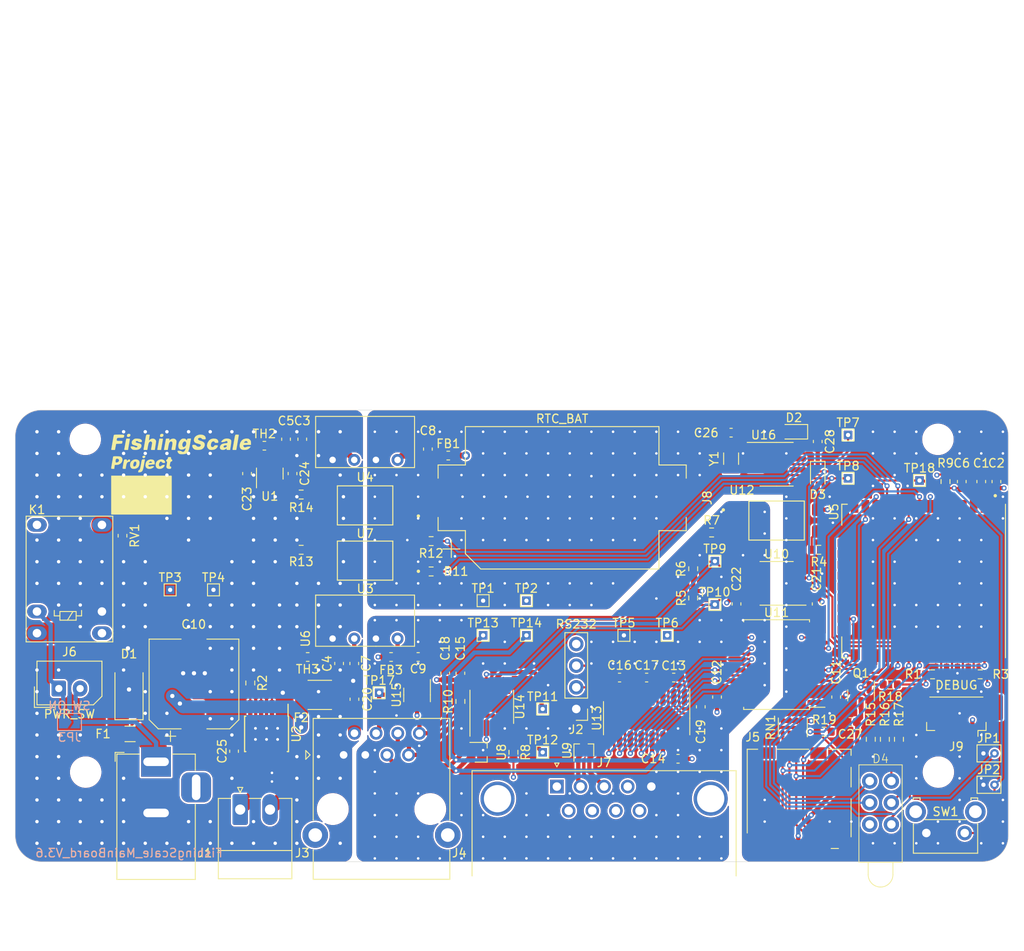
<source format=kicad_pcb>
(kicad_pcb (version 20221018) (generator pcbnew)
  (layers (0 "F.Cu" signal) (1 "In1.Cu" signal) (2 "In2.Cu" signal) (31 "B.Cu" signal) (34 "B.Paste" user) (35 "F.Paste" user) (36 "B.SilkS" user "B.Silkscreen") (37 "F.SilkS" user "F.Silkscreen") (38 "B.Mask" user) (39 "F.Mask" user) (44 "Edge.Cuts" user))
  (net 0 "")
  (net 1 "GND")
  (net 2 "Net-(U4-+Vin)")
  (net 3 "GNDPWR")
  (net 4 "/EN")
  (net 5 "+12V")
  (net 6 "Net-(U6-+Vin)")
  (net 7 "Net-(U4-+Vout)")
  (net 8 "Net-(U6-+Vout)")
  (net 9 "Net-(U13-C1+)")
  (net 10 "Net-(U13-C1-)")
  (net 11 "/Communication/H_SDA")
  (net 12 "/Communication/H_SCL")
  (net 13 "/Communication/H_INT")
  (net 14 "/Communication/COMM_TX")
  (net 15 "/Communication/COMM_RX")
  (net 16 "Net-(U16-OSCI)")
  (net 17 "/TX_DEBUG")
  (net 18 "/RX_DEBUG")
  (net 19 "/INT")
  (net 20 "Net-(J5-VDD)")
  (net 21 "Net-(U13-VS-)")
  (net 22 "/SDA")
  (net 23 "/SCL")
  (net 24 "/IO0")
  (net 25 "/M2")
  (net 26 "/M1")
  (net 27 "/USER_4")
  (net 28 "/USER_3")
  (net 29 "/TX")
  (net 30 "/RX")
  (net 31 "Net-(U13-C2-)")
  (net 32 "/Communication/5V_Comm_GND")
  (net 33 "Net-(U13-C2+)")
  (net 34 "/Communication/5V_Comm")
  (net 35 "Net-(U13-VS+)")
  (net 36 "Net-(D4-RK)")
  (net 37 "Net-(D4-GK)")
  (net 38 "Net-(C20-Pad1)")
  (net 39 "Net-(R7-Pad2)")
  (net 40 "Net-(R11-Pad2)")
  (net 41 "Net-(R12-Pad2)")
  (net 43 "Net-(J3-Pin_1)")
  (net 44 "/Power&Motor/5V_OPTO")
  (net 45 "Net-(J3-Pin_2)")
  (net 46 "Net-(U2-ILIM)")
  (net 47 "Net-(U10-SDA2)")
  (net 48 "Net-(U10-SCL2)")
  (net 49 "Net-(U2-IN1)")
  (net 50 "/Communication/RFID_TX")
  (net 51 "/Communication/RFID_RX")
  (net 52 "Net-(U2-IN2)")
  (net 55 "+BATT")
  (net 66 "Net-(D2-A)")
  (net 68 "Net-(U11-VID)")
  (net 69 "Net-(U11-VIC)")
  (net 70 "Net-(U11-VOB)")
  (net 71 "Net-(U11-VOA)")
  (net 73 "Net-(D4-BK)")
  (net 80 "/STATUS_1")
  (net 81 "/STATUS_2")
  (net 82 "+3.3V")
  (net 84 "/SD_CS")
  (net 85 "/SD_MOSI")
  (net 86 "/SD_CLK")
  (net 87 "/SD_MISO")
  (net 89 "/SD_DET")
  (net 90 "/SD_PWR")
  (net 91 "Net-(U16-OSCO)")
  (net 94 "Net-(D1-K)")
  (net 95 "Net-(J6-Pin_2)")
  (net 96 "Net-(J6-Pin_1)")
  (footprint "Fuse:Fuse_0603_1608Metric" (layer "F.Cu") (at 136.652 106.553)
    (fp_text reference "FB3")
    (fp_text value "Bead")
  )
  (footprint "Resistor_SMD:R_0603_1608Metric" (layer "F.Cu") (at 120.142 109.601 -90)
    (fp_text reference "R2")
    (fp_text value "30k")
  )
  (footprint "Capacitor_SMD:C_0603_1608Metric" (layer "F.Cu") (at 205.867 85.979 -90)
    (fp_text reference "C1")
    (fp_text value "100nf")
  )
  (footprint "Package_TO_SOT_SMD:SOT-323_SC-70" (layer "F.Cu") (at 159.258 117.475 90)
    (fp_text reference "U9")
    (fp_text value "TPD2E007")
  )
  (footprint "Capacitor_SMD:C_0603_1608Metric" (layer "F.Cu") (at 130.556 107.315 -90)
    (fp_text reference "C4")
    (fp_text value "4.7uf")
  )
  (footprint "KIcad:MODULE_ESP32-WROOM-32UE_M113EH6400UH3Q0_" (layer "F.Cu") (at 199.108 97.639 -90)
    (fp_text reference "U5")
    (fp_text value "ESP32-WROOM-32U")
  )
  (footprint "Capacitor_SMD:C_0603_1608Metric" (layer "F.Cu") (at 186.563 100.33 90)
    (fp_text reference "C21")
    (fp_text value "100nf")
  )
  (footprint "Capacitor_SMD:C_0603_1608Metric" (layer "F.Cu") (at 140.97 82.169 90)
    (fp_text reference "C8")
    (fp_text value "10uf")
  )
  (footprint "MountingHole:MountingHole_3.2mm_M3" (layer "F.Cu") (at 200.787 81.026)
    (fp_text reference "H2" hide)
    (fp_text value "MountingHole_Pad")
  )
  (footprint "KIcad:SFD-0100-222" (layer "F.Cu") (at 194.056 123.645)
    (fp_text reference "D4")
    (fp_text value "LED_STATUS")
  )
  (footprint "KIcad:SOIC254P1030X460-4N" (layer "F.Cu") (at 133.604 95.25 180)
    (fp_text reference "U3")
    (fp_text value "EL817")
  )
  (footprint "Resistor_SMD:R_0603_1608Metric" (layer "F.Cu") (at 144.78 111.76 90)
    (fp_text reference "R10")
    (fp_text value "470")
  )
  (footprint "Capacitor_SMD:C_0603_1608Metric" (layer "F.Cu") (at 166.624 108.966)
    (fp_text reference "C17")
    (fp_text value "1uf")
  )
  (footprint "Diode_SMD:D_SOD-323" (layer "F.Cu") (at 183.896 80.137 180)
    (fp_text reference "D2")
    (fp_text value "1N4148")
  )
  (footprint "Jumper:SolderJumper-2_P1.3_THT" (layer "F.Cu") (at 206.756 121.539 180)
    (fp_text reference "JP2")
    (fp_text value "EN" hide)
  )
  (footprint "TestPoint:TestPoint_THTPad_1.0x1.0mm_Drill0.5mm" (layer "F.Cu") (at 190.246 85.598)
    (fp_text reference "TP8")
    (fp_text value "SDA_3.3")
  )
  (footprint "Package_SO:SOIC-8_3.9x4.9mm_P1.27mm" (layer "F.Cu") (at 148.463 112.395 90)
    (fp_text reference "U14")
    (fp_text value "P82B715DR")
  )
  (footprint "TestPoint:TestPoint_THTPad_1.0x1.0mm_Drill0.5mm" (layer "F.Cu") (at 115.824 98.679)
    (fp_text reference "TP4")
    (fp_text value "12V_GND")
  )
  (footprint "TestPoint:TestPoint_THTPad_1.0x1.0mm_Drill0.5mm" (layer "F.Cu") (at 174.625 100.394)
    (fp_text reference "TP10")
    (fp_text value "SDA_ISO")
  )
  (footprint "Package_SO:SOIC-16W_7.5x10.3mm_P1.27mm" (layer "F.Cu") (at 181.864 107.442 180)
    (fp_text reference "U11")
    (fp_text value "ADuM1402xRW")
  )
  (footprint "Fuse:Fuse_1812_4532Metric" (layer "F.Cu") (at 128.2915 110.998)
    (fp_text reference "F2")
    (fp_text value "1.5A")
  )
  (footprint "Package_TO_SOT_SMD:SOT-23-6" (layer "F.Cu") (at 139.7 110.998 -90)
    (fp_text reference "U15")
    (fp_text value "SRV05-4")
  )
  (footprint "Capacitor_SMD:C_0603_1608Metric" (layer "F.Cu") (at 172.974 112.395 -90)
    (fp_text reference "C19")
    (fp_text value "1uf")
  )
  (footprint "Capacitor_SMD:C_0603_1608Metric" (layer "F.Cu") (at 143.002 108.458 90)
    (fp_text reference "C18")
    (fp_text value "1uf")
  )
  (footprint "Capacitor_SMD:C_0603_1608Metric" (layer "F.Cu") (at 207.645 85.979 -90)
    (fp_text reference "C2")
    (fp_text value "1uf")
  )
  (footprint "Resistor_SMD:R_0603_1608Metric" (layer "F.Cu") (at 141.351 92.964 180)
    (fp_text reference "R12")
    (fp_text value "330")
  )
  (footprint "Resistor_SMD:R_0603_1608Metric" (layer "F.Cu") (at 126.111 87.503)
    (fp_text reference "R14")
    (fp_text value "1k")
  )
  (footprint "Capacitor_SMD:C_0603_1608Metric" (layer "F.Cu") (at 177.165 100.33 90)
    (fp_text reference "C22")
    (fp_text value "100nf")
  )
  (footprint "MountingHole:MountingHole_3.2mm_M3" (layer "F.Cu") (at 200.838 120.052)
    (fp_text reference "H4")
    (fp_text value "MountingHole_Pad" hide)
  )
  (footprint "TestPoint:TestPoint_THTPad_1.0x1.0mm_Drill0.5mm" (layer "F.Cu") (at 190.246 80.518)
    (fp_text reference "TP7")
    (fp_text value "SCL_3.3")
  )
  (footprint "Fuse:Fuse_1206_3216Metric" (layer "F.Cu") (at 106.045 115.57)
    (fp_text reference "F1")
    (fp_text value "CFS12V3T5R0")
  )
  (footprint "Capacitor_SMD:C_0603_1608Metric" (layer "F.Cu") (at 176.53 80.244)
    (fp_text reference "C26")
    (fp_text value "10pf")
  )
  (footprint "Jumper:SolderJumper-2_P1.3_THT" (layer "F.Cu") (at 206.756 117.856 180)
    (fp_text reference "JP1")
    (fp_text value "IO0" hide)
  )
  (footprint "Resistor_SMD:R_0603_1608Metric" (layer "F.Cu") (at 195.199 109.7765 180)
    (fp_text reference "R18")
    (fp_text value "10k")
  )
  (footprint "Connector_Molex:Molex_PicoBlade_53398-0471_1x04-1MP_P1.25mm_Vertical" (layer "F.Cu") (at 202.946 113.961 180)
    (fp_text reference "J9")
    (fp_text value "DEBUG")
  )
  (footprint "Capacitor_SMD:C_0603_1608Metric" (layer "F.Cu") (at 174.879 111.252 -90)
    (fp_text reference "C12")
    (fp_text value "100nf")
  )
  (footprint "KIcad:B1205S-1WR3" (layer "F.Cu") (at 133.604 83.439)
    (fp_text reference "U4")
    (fp_text value "B1203S-1WR3")
  )
  (footprint "Resistor_SMD:R_0603_1608Metric" (layer "F.Cu") (at 194.564 116.205 90)
    (fp_text reference "R16")
    (fp_text value "100")
  )
  (footprint "Resistor_SMD:R_0603_1608Metric" (layer "F.Cu") (at 196.215 116.205 90)
    (fp_text reference "R17")
    (fp_text value "100")
  )
  (footprint "Resistor_SMD:R_0603_1608Metric" (layer "F.Cu") (at 174.244 91.948)
    (fp_text reference "R7")
    (fp_text value "330")
  )
  (footprint "Fuse:Fuse_0603_1608Metric" (layer "F.Cu") (at 126.873 106.553 180)
    (fp_text reference "TH3")
    (fp_text value "300mA")
  )
  (footprint "Fuse:Fuse_0603_1608Metric" (layer "F.Cu") (at 121.793 81.775 180)
    (fp_text reference "TH2")
    (fp_text value "300mA")
  )
  (footprint "Capacitor_SMD:C_0603_1608Metric" (layer "F.Cu") (at 186.69 81.28 -90)
    (fp_text reference "C28")
    (fp_text value "100nf")
  )
  (footprint "Connector_RJ:RJ45_Ninigi_GE" (layer "F.Cu") (at 131.087 118.035)
    (fp_text reference "J4")
    (fp_text value "Comm")
  )
  (footprint "TestPoint:TestPoint_THTPad_1.0x1.0mm_Drill0.5mm" (layer "F.Cu") (at 198.628 85.852)
    (fp_text reference "TP18")
    (fp_text value "L_INT")
  )
  (footprint "MountingHole:MountingHole_3.2mm_M3" (layer "F.Cu") (at 100.787 81.026)
    (fp_text reference "H1" hide)
    (fp_text value "MountingHole_Pad" hide)
  )
  (footprint "Package_SO:SOIC-16_3.9x9.9mm_P1.27mm" (layer "F.Cu") (at 166.624 113.73 -90)
    (fp_text reference "U13")
    (fp_text value "MAX232")
  )
  (footprint "Capacitor_SMD:CP_Elec_10x10" (layer "F.Cu") (at 113.538 109.7145 90)
    (fp_text reference "C10")
    (fp_text value "220uf")
  )
  (footprint "Resistor_SMD:R_0603_1608Metric" (layer "F.Cu") (at 151.003 117.729 -90)
    (fp_text reference "R8")
    (fp_text value "470")
  )
  (footprint "TestPoint:TestPoint_THTPad_1.0x1.0mm_Drill0.5mm" (layer "F.Cu") (at 147.447 99.949)
    (fp_text reference "TP1")
    (fp_text value "3.3V_GND")
  )
  (footprint "Capacitor_SMD:C_0603_1608Metric" (layer "F.Cu") (at 169.799 108.966 180)
    (fp_text reference "C13")
    (fp_text value "1uf")
  )
  (footprint "Capacitor_SMD:C_0603_1608Metric" (layer "F.Cu") (at 118.237 117.602 -90)
    (fp_text reference "C25")
    (fp_text value "100nf")
  )
  (footprint "Capacitor_SMD:C_0603_1608Metric" (layer "F.Cu") (at 132.334 107.315 -90)
    (fp_text reference "C7")
    (fp_text value "4.7uf")
  )
  (footprint "TestPoint:TestPoint_THTPad_1.0x1.0mm_Drill0.5mm" (layer "F.Cu") (at 174.625 95.314)
    (fp_text reference "TP9")
    (fp_text value "SCL_ISO")
  )
  (footprint "Resistor_SMD:R_0603_1608Metric" (layer "F.Cu") (at 172.085 99.632 -90)
    (fp_text reference "R5")
    (fp_text value "4.7k")
  )
  (footprint "Fuse:Fuse_0603_1608Metric" (layer "F.Cu") (at 143.3575 82.931 180)
    (fp_text reference "FB1")
    (fp_text value "Bead")
  )
  (footprint "Resistor_SMD:R_0603_1608Metric" (layer "F.Cu") (at 186.817 93.98 180)
    (fp_text reference "R4")
    (fp_text value "1k")
  )
  (footprint "Resistor_SMD:R_0603_1608Metric" (layer "F.Cu") (at 205.74 108.585)
    (fp_text reference "R3")
    (fp_text value "4.7k")
  )
  (footprint "Resistor_SMD:R_Cat16-4" (layer "F.Cu") (at 183.769 114.808 90)
    (fp_text reference "RN1")
    (fp_text value "10k")
  )
  (footprint "MountingHole:MountingHole_3.2mm_M3" (layer "F.Cu") (at 100.838 120.052)
    (fp_text reference "H3")
    (fp_text value "MountingHole_Pad")
  )
  (footprint "Resistor_SMD:R_0603_1608Metric" (layer "F.Cu") (at 172.085 96.203 90)
    (fp_text reference "R6")
    (fp_text value "4.7k")
  )
  (footprint "Diode_SMD:D_SOD-323" (layer "F.Cu") (at 186.69 85.217 -90)
    (fp_text reference "D3")
    (fp_text value "1N4148")
  )
  (footprint "TestPoint:TestPoint_THTPad_1.0x1.0mm_Drill0.5mm" (layer "F.Cu") (at 135.255 110.744)
    (fp_text reference "TP17")
    (fp_text value "H_INT")
  )
  (footprint "TestPoint:TestPoint_THTPad_1.0x1.0mm_Drill0.5mm" (layer "F.Cu") (at 152.527 99.949)
    (fp_text reference "TP2")
    (fp_text value "3.3V_ISO")
  )
  (footprint "Connector_Molex:Molex_SPOX_5267-02A_1x02_P2.50mm_Vertical" (layer "F.Cu") (at 97.683 110.251)
    (fp_text reference "J6")
    (fp_text value "PWR_SW")
  )
  (footprint "Package_TO_SOT_SMD:SOT-323_SC-70" (layer "F.Cu") (at 147.193 117.729)
    (fp_text reference "U8")
    (fp_text value "TPD2E007")
  )
  (footprint "Package_TO_SOT_SMD:SOT-23" (layer "F.Cu") (at 122.428 85.0415 90)
    (fp_text reference "U1")
    (fp_text value "H7150-1")
  )
  (footprint "KIcad:B1205S-1WR3" (layer "F.Cu") (at 133.604 104.394)
    (fp_text reference "U6")
    (fp_text value "B1205S-1WR3")
  )
  (footprint "Capacitor_SMD:C_0603_1608Metric" (layer "F.Cu") (at 163.449 108.966)
    (fp_text reference "C16")
    (fp_text value "1uf")
  )
  (footprint "Package_TO_SOT_SMD:SOT-23" (layer "F.Cu") (at 191.77 111.0465 -90)
    (fp_text reference "Q1")
    (fp_text value "BS250")
  )
  (footprint "Capacitor_SMD:C_0603_1608Metric" (layer "F.Cu") (at 188.849 111.252 -90)
    (fp_text reference "C11")
    (fp_text value "100nf")
  )
  (footprint "Resistor_SMD:R_0603_1608Metric" (layer "F.Cu") (at 201.676 85.979 -90)
    (fp_text reference "R9")
    (fp_text value "10k")
  )
  (footprint "TestPoint:TestPoint_THTPad_1.0x1.0mm_Drill0.5mm" (layer "F.Cu") (at 163.957 104.013)
    (fp_text reference "TP5")
    (fp_text value "5V_GND")
  )
  (footprint "KIcad:SOIC254P1030X460-4N" (layer "F.Cu") (at 181.864 90.551)
    (fp_text reference "U12")
    (fp_text value "EL817")
  )
  (footprint "Relay_THT:Relay_SPDT_HJR-4102" (layer "F.Cu") (at 95.123 91.059)
    (fp_text reference "K1")
    (fp_text value "PWR_RELAY")
  )
  (footprint "TestPoint:TestPoint_THTPad_1.0x1.0mm_Drill0.5mm" (layer "F.Cu") (at 154.432 117.729)
    (fp_text reference "TP12")
    (fp_text value "SDA_H")
  )
  (footprint "Resistor_SMD:R_0603_1608Metric" (layer "F.Cu") (at 141.351 96.52 180)
    (fp_text reference "R11")
    (fp_text value "330")
  )
  (footprint "Package_SO:Texas_HTSOP-8-1EP_3.9x4.9mm_P1.27mm_EP2.95x4.9mm_Mask2.4x3.1mm_ThermalVias" (layer "F.Cu") (at 122.047 115.57 -90)
    (fp_text reference "U2")
    (fp_text value "DRV8871DDA")
  )
  (footprint "Package_SO:SOIC-8_3.9x4.9mm_P1.27mm" (layer "F.Cu") (at 181.864 97.917 180)
    (fp_text reference "U10")
    (fp_text value "ISO1540")
  )
  (footprint "Connector_Dsub:DSUB-9_Male_Horizontal_P2.77x2.84mm_EdgePinOffset7.70mm_Housed_MountingHolesOffset9.12mm" (layer "F.Cu") (at 156.095 121.747)
    (fp_text reference "J7")
    (fp_text value "RS232")
  )
  (footprint "TestPoint:TestPoint_THTPad_1.0x1.0mm_Drill0.5mm" (layer "F.Cu") (at 154.432 112.649)
    (fp_text reference "TP11")
    (fp_text value "SCL_H")
  )
  (footprint "Capacitor_SMD:C_0603_1608Metric" (layer "F.Cu") (at 119.761 85.0415 90)
    (fp_text reference "C23")
    (fp_text value "10uf")
  )
  (footprint "Capacitor_SMD:C_0603_1608Metric" (layer "F.Cu") (at 126.238 81.013 90)
    (fp_text reference "C3")
    (fp_text value "4.7uf")
  )
  (footprint "Capacitor_SMD:C_0603_1608Metric" (layer "F.Cu") (at 190.5 114.173 180)
    (fp_text reference "C27")
    (fp_text value "100nf")
  )
  (footprint "Fuse:Fuse_0603_1608Metric" (layer "F.Cu") (at 105.156 92.329 -90)
    (fp_text reference "RV1")
    (fp_text value "Varistor")
  )
  (footprint "Package_SO:SOIC-8_3.9x4.9mm_P1.27mm" (layer "F.Cu") (at 181.864 83.947)
    (fp_text reference "U16")
    (fp_text value "PCF8563T")
  )
  (footprint "TestPoint:TestPoint_THTPad_1.0x1.0mm_Drill0.5mm" (layer "F.Cu") (at 110.744 98.679)
    (fp_text reference "TP3")
    (fp_text value "12V")
  )
  (footprint "Connector_Card:microSD_HC_Molex_104031-0811" (layer "F.Cu") (at 184.531 123.19 180)
    (fp_text reference "J5")
    (fp_text value "SD_Memory")
  )
  (footprint "Resistor_SMD:R_0603_1608Metric" (layer "F.Cu") (at 187.452 115.316)
    (fp_text reference "R19")
    (fp_text value "10k")
  )
  (footprint "Resistor_SMD:R_0603_1608Metric" (layer "F.Cu") (at 192.913 116.205 90)
    (fp_text reference "R15")
    (fp_text value "100")
  )
  (footprint "TestPoint:TestPoint_THTPad_1.0x1.0mm_Drill0.5mm" (layer "F.Cu") (at 147.447 104.013)
    (fp_text reference "TP13")
    (fp_text value "RFID_TX")
  )
  (footprint "Capacitor_SMD:C_0603_1608Metric" (layer "F.Cu") (at 144.78 108.458 90)
    (fp_text reference "C15")
    (fp_text value "100nf")
  )
  (footprint "Capacitor_SMD:C_0603_1608Metric" (layer "F.Cu") (at 139.827 106.553)
    (fp_text reference "C9")
    (fp_text value "10uf")
  )
  (footprint "Diode_SMD:D_SMA" (layer "F.Cu") (at 105.918 110.395 90)
    (fp_text reference "D1")
    (fp_text value "1n4004")
  )
  (footprint "KIcad:FishingScale" (layer "F.Cu") (at 112.141 82.55)
    (fp_text reference "G***" hide)
    (fp_text value "LOGO" hide)
  )
  (footprint "Resistor_SMD:R_0603_1608Metric" (layer "F.Cu") (at 200.152 108.585)
    (fp_text reference "R1")
    (fp_text value "4.7k")
  )
  (footprint "Capacitor_SMD:C_0603_1608Metric" (layer "F.Cu") (at 203.581 85.979 90)
    (fp_text reference "C6")
    (fp_text value "100nf")
  )
  (footprint "Capacitor_SMD:C_0603_1608Metric" (layer "F.Cu") (at 170.307 118.491 180)
    (fp_text reference "C14")
    (fp_text value "100nf")
  )
  (footprint "TestPoint:TestPoint_THTPad_1.0x1.0mm_Drill0.5mm" (layer "F.Cu") (at 169.037 104.013)
    (fp_text reference "TP6")
    (fp_text value "5V_ISO")
  )
  (footprint "KIcad:SOIC254P1030X460-4N" (layer "F.Cu") (at 133.604 88.773 180)
    (fp_text reference "U7")
    (fp_text value "EL817")
  )
  (footprint "Resistor_SMD:R_0603_1608Metric" (layer "F.Cu") (at 126.111 93.98)
    (fp_text reference "R13")
    (fp_text value "1k")
  )
  (footprint "Connector_PinHeader_2.54mm:PinHeader_1x04_P2.54mm_Vertical" (layer "F.Cu") (at 158.369 112.649 180)
    (fp_text reference "J2")
    (fp_text value "RS232")
  )
  (footprint "Capacitor_SMD:C_0603_1608Metric" (layer "F.Cu") (at 132.3555 111.506 90)
    (fp_text reference "C20")
    (fp_text value "100nf")
  )
  (footprint "Connector_Phoenix_MC:PhoenixContact_MC_1,5_2-G-3.5_1x02_P3.50mm_Horizontal" (layer "F.Cu") (at 118.955 124.4485)
    (fp_text reference "J3")
    (fp_text value "Motor")
  )
  (footprint "TestPoint:TestPoint_THTPad_1.0x1.0mm_Drill0.5mm" (layer "F.Cu") (at 152.527 104.013)
    (fp_text reference "TP14")
    (fp_text value "RFID_RX")
  )
  (footprint "Connector_BarrelJack:BarrelJack_Horizontal" (layer "F.Cu") (at 109.093 118.841 90)
    (fp_text reference "J1")
    (fp_text value "VIN" hide)
  )
  (footprint "Capacitor_SMD:C_0603_1608Metric" (layer "F.Cu") (at 125.095 85.0415 -90)
    (fp_text reference "C24")
    (fp_text value "10uf")
  )
  (footprint "Button_Switch_THT:SW_SPST_Omron_B3F-315x_Angled" (layer "F.Cu") (at 203.926001 127.195 180)
    (fp_text reference "SW1")
    (fp_text value "RST")
  )
  (footprint "Crystal:Crystal_SMD_3215-2Pin_3.2x1.5mm" (layer "F.Cu") (at 176.53 83.292 90)
    (fp_text reference "Y1")
    (fp_text value "32.768")
  )
  (footprint "Capacitor_SMD:C_0603_1608Metric" (layer "F.Cu") (at 124.333 81.013 90)
    (fp_text reference "C5")
    (fp_text value "4.7uf")
  )
  (footprint "KIcad:BS-06-B4AA012" (layer "F.Cu") (at 156.718 87.884)
    (fp_text reference "J8")
    (fp_text value "RTC_BAT")
  )
  (footprint "Jumper:SolderJumper-2_P1.3mm_Open_TrianglePad1.0x1.5mm" (layer "B.Cu") (at 98.933 114.173)
    (fp_text reference "JP3")
    (fp_text value "SW_ON")
  )
  (gr_rect (start 103.886 85.344) (end 110.871 89.789) (stroke (width 0.12)) (fill solid) (layer "F.SilkS"))
  (gr_arc (start 92.580356 80.645) (mid 93.473859 78.487859) (end 95.631 77.594356) (stroke (width 0.05)) (layer "Edge.Cuts"))
  (gr_line (start 92.580356 127.505356) (end 92.580356 80.645) (stroke (width 0.05)) (layer "Edge.Cuts"))
  (gr_line (start 95.631 77.594356) (end 205.994 77.594356) (stroke (width 0.05)) (layer "Edge.Cuts"))
  (gr_line (start 209.044644 80.645) (end 209.044644 127.505356) (stroke (width 0.05)) (layer "Edge.Cuts"))
  (gr_arc (start 95.631 130.556) (mid 93.473869 129.662487) (end 92.580356 127.505356) (stroke (width 0.05)) (layer "Edge.Cuts"))
  (gr_line (start 205.994 130.556) (end 95.631 130.556) (stroke (width 0.05)) (layer "Edge.Cuts"))
  (gr_arc (start 209.044644 127.505356) (mid 208.151147 129.662516) (end 205.994 130.556) (stroke (width 0.05)) (layer "Edge.Cuts"))
  (gr_arc (start 205.994 77.594356) (mid 208.151131 78.487869) (end 209.044644 80.645) (stroke (width 0.05)) (layer "Edge.Cuts"))
  (gr_text "FishingScale_MainBoard_V3.6" (at 105.918 129.54) (layer "B.SilkS") (effects (font (size 1 1)) (justify mirror)))
  (segment (start 138.557 87.4) (end 138.454 87.503) (width 0.25) (layer "F.Cu") (net 1))
  (segment (start 138.557 93.877) (end 138.454 93.98) (width 0.25) (layer "F.Cu") (net 1))
  (via (at 203.327 82.677) (size 0.6) (drill 0.3) (layers "F.Cu" "B.Cu") (net 1))
  (via (at 193.167 86.487) (size 0.6) (drill 0.3) (layers "F.Cu" "B.Cu") (net 1))
  (via (at 152.527 92.837) (size 0.6) (drill 0.3) (layers "F.Cu" "B.Cu") (net 1))
  (via (at 183.007 92.837) (size 0.6) (drill 0.3) (layers "F.Cu" "B.Cu") (net 1))
  (via (at 150.114 87.757) (size 0.6) (drill 0.3) (layers "F.Cu" "B.Cu") (net 1))
  (via (at 147.447 82.677) (size 0.6) (drill 0.3) (layers "F.Cu" "B.Cu") (net 1))
  (via (at 142.367 97.917) (size 0.6) (drill 0.3) (layers "F.Cu" "B.Cu") (net 1))
  (via (at 198.247 92.837) (size 0.6) (drill 0.3) (layers "F.Cu" "B.Cu") (net 1))
  (via (at 139.827 80.137) (size 0.6) (drill 0.3) (layers "F.Cu" "B.Cu") (net 1))
  (via (at 162.687 97.917) (size 0.6) (drill 0.3) (layers "F.Cu" "B.Cu") (net 1))
  (via (at 195.707 82.677) (size 0.6) (drill 0.3) (layers "F.Cu" "B.Cu") (net 1))
  (via (at 200.787 125.857) (size 0.6) (drill 0.3) (layers "F.Cu" "B.Cu") (net 1))
  (via (at 205.867 100.457) (size 0.6) (drill 0.3) (layers "F.Cu" "B.Cu") (net 1))
  (via (at 205.867 95.377) (size 0.6) (drill 0.3) (layers "F.Cu" "B.Cu") (net 1))
  (via (at 144.907 92.837) (size 0.6) (drill 0.3) (layers "F.Cu" "B.Cu") (net 1))
  (via (at 203.327 100.457) (size 0.6) (drill 0.3) (layers "F.Cu" "B.Cu") (net 1))
  (via (at 180.467 125.857) (size 0.6) (drill 0.3) (layers "F.Cu" "B.Cu") (net 1))
  (via (at 152.527 82.677) (size 0.6) (drill 0.3) (layers "F.Cu" "B.Cu") (net 1))
  (via (at 165.227 90.297) (size 0.6) (drill 0.3) (layers "F.Cu" "B.Cu") (net 1))
  (via (at 149.987 80.137) (size 0.6) (drill 0.3) (layers "F.Cu" "B.Cu") (net 1))
  (via (at 203.073 108.458) (size 0.6) (drill 0.3) (layers "F.Cu" "B.Cu") (net 1))
  (via (at 203.327 97.917) (size 0.6) (drill 0.3) (layers "F.Cu" "B.Cu") (net 1))
  (via (at 144.907 97.917) (size 0.6) (drill 0.3) (layers "F.Cu" "B.Cu") (net 1))
  (via (at 208.407 80.137) (size 0.6) (drill 0.3) (layers "F.Cu" "B.Cu") (net 1))
  (via (at 180.467 80.137) (size 0.6) (drill 0.3) (layers "F.Cu" "B.Cu") (net 1))
  (via (at 172.847 85.217) (size 0.6) (drill 0.3) (layers "F.Cu" "B.Cu") (net 1))
  (via (at 198.247 118.237) (size 0.6) (drill 0.3) (layers "F.Cu" "B.Cu") (net 1))
  (via (at 205.867 102.997) (size 0.6) (drill 0.3) (layers "F.Cu" "B.Cu") (net 1))
  (via (at 183.007 95.377) (size 0.6) (drill 0.3) (layers "F.Cu" "B.Cu") (net 1))
  (via (at 155.067 85.217) (size 0.6) (drill 0.3) (layers "F.Cu" "B.Cu") (net 1))
  (via (at 134.747 87.757) (size 0.6) (drill 0.3) (layers "F.Cu" "B.Cu") (net 1))
  (via (at 208.407 82.677) (size 0.6) (drill 0.3) (layers "F.Cu" "B.Cu") (net 1))
  (via (at 190.627 125.857) (size 0.6) (drill 0.3) (layers "F.Cu" "B.Cu") (net 1))
  (via (at 160.147 87.757) (size 0.6) (drill 0.3) (layers "F.Cu" "B.Cu") (net 1))
  (via (at 205.867 97.917) (size 0.6) (drill 0.3) (layers "F.Cu" "B.Cu") (net 1))
  (via (at 160.147 100.457) (size 0.6) (drill 0.3) (layers "F.Cu" "B.Cu") (net 1))
  (via (at 134.747 80.137) (size 0.6) (drill 0.3) (layers "F.Cu" "B.Cu") (net 1))
  (via (at 200.787 102.997) (size 0.6) (drill 0.3) (layers "F.Cu" "B.Cu") (net 1))
  (via (at 165.227 80.137) (size 0.6) (drill 0.3) (layers "F.Cu" "B.Cu") (net 1))
  (via (at 157.607 87.757) (size 0.6) (drill 0.3) (layers "F.Cu" "B.Cu") (net 1))
  (via (at 160.147 90.297) (size 0.6) (drill 0.3) (layers "F.Cu" "B.Cu") (net 1))
  (via (at 167.767 85.217) (size 0.6) (drill 0.3) (layers "F.Cu" "B.Cu") (net 1))
  (via (at 177.927 82.677) (size 0.6) (drill 0.3) (layers "F.Cu" "B.Cu") (net 1))
  (via (at 208.407 90.297) (size 0.6) (drill 0.3) (layers "F.Cu" "B.Cu") (net 1))
  (via (at 162.687 85.217) (size 0.6) (drill 0.3) (layers "F.Cu" "B.Cu") (net 1))
  (via (at 162.687 82.677) (size 0.6) (drill 0.3) (layers "F.Cu" "B.Cu") (net 1))
  (via (at 149.987 85.217) (size 0.6) (drill 0.3) (layers "F.Cu" "B.Cu") (net 1))
  (via (at 149.987 82.677) (size 0.6) (drill 0.3) (layers "F.Cu" "B.Cu") (net 1))
  (via (at 205.867 128.397) (size 0.6) (drill 0.3) (layers "F.Cu" "B.Cu") (net 1))
  (via (at 193.167 100.457) (size 0.6) (drill 0.3) (layers "F.Cu" "B.Cu") (net 1))
  (via (at 195.707 113.157) (size 0.6) (drill 0.3) (layers "F.Cu" "B.Cu") (net 1))
  (via (at 183.007 90.297) (size 0.6) (drill 0.3) (layers "F.Cu" "B.Cu") (net 1))
  (via (at 147.447 90.297) (size 0.6) (drill 0.3) (layers "F.Cu" "B.Cu") (net 1))
  (via (at 160.147 82.677) (size 0.6) (drill 0.3) (layers "F.Cu" "B.Cu") (net 1))
  (via (at 162.687 87.757) (size 0.6) (drill 0.3) (layers "F.Cu" "B.Cu") (net 1))
  (via (at 193.167 80.137) (size 0.6) (drill 0.3) (layers "F.Cu" "B.Cu") (net 1))
  (via (at 167.767 87.757) (size 0.6) (drill 0.3) (layers "F.Cu" "B.Cu") (net 1))
  (via (at 134.747 92.837) (size 0.6) (drill 0.3) (layers "F.Cu" "B.Cu") (net 1))
  (via (at 193.167 92.837) (size 0.6) (drill 0.3) (layers "F.Cu" "B.Cu") (net 1))
  (via (at 147.447 85.217) (size 0.6) (drill 0.3) (layers "F.Cu" "B.Cu") (net 1))
  (via (at 155.067 92.837) (size 0.6) (drill 0.3) (layers "F.Cu" "B.Cu") (net 1))
  (via (at 198.247 120.777) (size 0.6) (drill 0.3) (layers "F.Cu" "B.Cu") (net 1))
  (via (at 165.227 82.677) (size 0.6) (drill 0.3) (layers "F.Cu" "B.Cu") (net 1))
  (via (at 162.687 92.837) (size 0.6) (drill 0.3) (layers "F.Cu" "B.Cu") (net 1))
  (via (at 198.247 102.997) (size 0.6) (drill 0.3) (layers "F.Cu" "B.Cu") (net 1))
  (via (at 203.327 92.837) (size 0.6) (drill 0.3) (layers "F.Cu" "B.Cu") (net 1))
  (via (at 205.867 110.617) (size 0.6) (drill 0.3) (layers "F.Cu" "B.Cu") (net 1))
  (via (at 134.747 95.377) (size 0.6) (drill 0.3) (layers "F.Cu" "B.Cu") (net 1))
  (via (at 188.468 90.805) (size 0.6) (drill 0.3) (layers "F.Cu" "B.Cu") (net 1))
  (via (at 193.167 102.997) (size 0.6) (drill 0.3) (layers "F.Cu" "B.Cu") (net 1))
  (via (at 188.087 125.857) (size 0.6) (drill 0.3) (layers "F.Cu" "B.Cu") (net 1))
  (via (at 160.147 85.344) (size 0.6) (drill 0.3) (layers "F.Cu" "B.Cu") (net 1))
  (via (at 195.707 97.917) (size 0.6) (drill 0.3) (layers "F.Cu" "B.Cu") (net 1))
  (via (at 205.867 120.777) (size 0.6) (drill 0.3) (layers "F.Cu" "B.Cu") (net 1))
  (via (at 183.007 102.997) (size 0.6) (drill 0.3) (layers "F.Cu" "B.Cu") (net 1))
  (via (at 142.367 100.457) (size 0.6) (drill 0.3) (layers "F.Cu" "B.Cu") (net 1))
  (via (at 142.367 95.377) (size 0.6) (drill 0.3) (layers "F.Cu" "B.Cu") (net 1))
  (via (at 205.867 82.677) (size 0.6) (drill 0.3) (layers "F.Cu" "B.Cu") (net 1))
  (via (at 157.607 97.917) (size 0.6) (drill 0.3) (layers "F.Cu" "B.Cu") (net 1))
  (via (at 170.307 85.217) (size 0.6) (drill 0.3) (layers "F.Cu" "B.Cu") (net 1))
  (via (at 193.167 128.397) (size 0.6) (drill 0.3) (layers "F.Cu" "B.Cu") (net 1))
  (via (at 165.227 85.217) (size 0.6) (drill 0.3) (layers "F.Cu" "B.Cu") (net 1))
  (via (at 147.447 97.917) (size 0.6) (drill 0.3) (layers "F.Cu" "B.Cu") (net 1))
  (via (at 134.747 100.457) (size 0.6) (drill 0.3) (layers "F.Cu" "B.Cu") (net 1))
  (via (at 139.827 100.457) (size 0.6) (drill 0.3) (layers "F.Cu" "B.Cu") (net 1))
  (via (at 195.707 90.297) (size 0.6) (drill 0.3) (layers "F.Cu" "B.Cu") (net 1))
  (via (at 183.007 110.617) (size 0.6) (drill 0.3) (layers "F.Cu" "B.Cu") (net 1))
  (via (at 134.747 85.217) (size 0.6) (drill 0.3) (layers "F.Cu" "B.Cu") (net 1))
  (via (at 142.367 80.137) (size 0.6) (drill 0.3) (layers "F.Cu" "B.Cu") (net 1))
  (via (at 188.087 87.757) (size 0.6) (drill 0.3) (layers "F.Cu" "B.Cu") (net 1))
  (via (at 183.007 105.537) (size 0.6) (drill 0.3) (layers "F.Cu" "B.Cu") (net 1))
  (via (at 155.067 87.757) (size 0.6) (drill 0.3) (layers "F.Cu" "B.Cu") (net 1))
  (via (at 205.867 80.137) (size 0.6) (drill 0.3) (layers "F.Cu" "B.Cu") (net 1))
  (via (at 203.327 120.777) (size 0.6) (drill 0.3) (layers "F.Cu" "B.Cu") (net 1))
  (via (at 203.327 125.857) (size 0.6) (drill 0.3) (layers "F.Cu" "B.Cu") (net 1))
  (via (at 138.557 92.837) (size 0.6) (drill 0.3) (layers "F.Cu" "B.Cu") (net 1))
  (via (at 144.907 100.457) (size 0.6) (drill 0.3) (layers "F.Cu" "B.Cu") (net 1))
  (via (at 167.767 80.137) (size 0.6) (drill 0.3) (layers "F.Cu" "B.Cu") (net 1))
  (via (at 157.607 82.677) (size 0.6) (drill 0.3) (layers "F.Cu" "B.Cu") (net 1))
  (via (at 172.847 82.677) (size 0.6) (drill 0.3) (layers "F.Cu" "B.Cu") (net 1))
  (via (at 183.007 108.077) (size 0.6) (drill 0.3) (layers "F.Cu" "B.Cu") (net 1))
  (via (at 208.407 125.857) (size 0.6) (drill 0.3) (layers "F.Cu" "B.Cu") (net 1))
  (via (at 137.287 100.457) (size 0.6) (drill 0.3) (layers "F.Cu" "B.Cu") (net 1))
  (via (at 147.447 92.837) (size 0.6) (drill 0.3) (layers "F.Cu" "B.Cu") (net 1))
  (via (at 167.767 82.677) (size 0.6) (drill 0.3) (layers "F.Cu" "B.Cu") (net 1))
  (via (at 195.707 85.217) (size 0.6) (drill 0.3) (layers "F.Cu" "B.Cu") (net 1))
  (via (at 155.067 82.677) (size 0.6) (drill 0.3) (layers "F.Cu" "B.Cu") (net 1))
  (via (at 170.307 80.137) (size 0.6) (drill 0.3) (layers "F.Cu" "B.Cu") (net 1))
  (via (at 183.007 97.917) (size 0.6) (drill 0.3) (layers "F.Cu" "B.Cu") (net 1))
  (via (at 183.007 87.757) (size 0.6) (drill 0.3) (layers "F.Cu" "B.Cu") (net 1))
  (via (at 144.907 90.297) (size 0.6) (drill 0.3) (layers "F.Cu" "B.Cu") (net 1))
  (via (at 208.407 128.397) (size 0.6) (drill 0.3) (layers "F.Cu" "B.Cu") (net 1))
  (via (at 137.287 85.217) (size 0.6) (drill 0.3) (layers "F.Cu" "B.Cu") (net 1))
  (via (at 183.007 100.457) (size 0.6) (drill 0.3) (layers "F.Cu" "B.Cu") (net 1))
  (via (at 183.007 82.677) (size 0.6) (drill 0.3) (layers "F.Cu" "B.Cu") (net 1))
  (via (at 155.067 90.297) (size 0.6) (drill 0.3) (layers "F.Cu" "B.Cu") (net 1))
  (via (at 205.867 92.837) (size 0.6) (drill 0.3) (layers "F.Cu" "B.Cu") (net 1))
  (via (at 149.987 90.297) (size 0.6) (drill 0.3) (layers "F.Cu" "B.Cu") (net 1))
  (via (at 203.327 102.997) (size 0.6) (drill 0.3) (layers "F.Cu" "B.Cu") (net 1))
  (via (at 157.607 92.837) (size 0.6) (drill 0.3) (layers "F.Cu" "B.Cu") (net 1))
  (via (at 195.707 80.137) (size 0.6) (drill 0.3) (layers "F.Cu" "B.Cu") (net 1))
  (via (at 195.707 128.397) (size 0.6) (drill 0.3) (layers "F.Cu" "B.Cu") (net 1))
  (via (at 198.247 82.677) (size 0.6) (drill 0.3) (layers "F.Cu" "B.Cu") (net 1))
  (via (at 134.747 90.297) (size 0.6) (drill 0.3) (layers "F.Cu" "B.Cu") (net 1))
  (via (at 203.327 113.157) (size 0.6) (drill 0.3) (layers "F.Cu" "B.Cu") (net 1))
  (via (at 137.287 80.137) (size 0.6) (drill 0.3) (layers "F.Cu" "B.Cu") (net 1))
  (via (at 134.747 97.917) (size 0.6) (drill 0.3) (layers "F.Cu" "B.Cu") (net 1))
  (via (at 188.087 113.157) (size 0.6) (drill 0.3) (layers "F.Cu" "B.Cu") (net 1))
  (via (at 137.287 97.917) (size 0.6) (drill 0.3) (layers "F.Cu" "B.Cu") (net 1))
  (via (at 152.527 90.297) (size 0.6) (drill 0.3) (layers "F.Cu" "B.Cu") (net 1))
  (via (at 191.77 109.093) (size 0.6) (drill 0.3) (layers "F.Cu" "B.Cu") (net 1))
  (via (at 144.907 80.137) (size 0.6) (drill 0.3) (layers "F.Cu" "B.Cu") (net 1))
  (via (at 162.687 80.137) (size 0.6) (drill 0.3) (layers "F.Cu" "B.Cu") (net 1))
  (via (at 198.247 100.457) (size 0.6) (drill 0.3) (layers "F.Cu" "B.Cu") (net 1))
  (via (at 149.987 92.837) (size 0.6) (drill 0.3) (layers "F.Cu" "B.Cu") (net 1))
  (via (at 172.847 80.137) (size 0.6) (drill 0.3) (layers "F.Cu" "B.Cu") (net 1))
  (via (at 139.827 85.217) (size 0.6) (drill 0.3) (layers "F.Cu" "B.Cu") (net 1))
  (via (at 205.867 115.697) (size 0.6) (drill 0.3) (layers "F.Cu" "B.Cu") (net 1))
  (via (at 147.574 87.757) (size 0.6) (drill 0.3) (layers "F.Cu" "B.Cu") (net 1))
  (via (at 157.607 80.137) (size 0.6) (drill 0.3) (layers "F.Cu" "B.Cu") (net 1))
  (via (at 139.827 97.917) (size 0.6) (drill 0.3) (layers "F.Cu" "B.Cu") (net 1))
  (via (at 155.067 80.137) (size 0.6) (drill 0.3) (layers "F.Cu" "B.Cu") (net 1))
  (via (at 144.145 94.742) (size 0.6) (drill 0.3) (layers "F.Cu" "B.Cu") (net 1))
  (via (at 152.527 80.137) (size 0.6) (drill 0.3) (layers "F.Cu" "B.Cu") (net 1))
  (via (at 139.827 95.377) (size 0.6) (drill 0.3) (layers "F.Cu" "B.Cu") (net 1))
  (via (at 149.987 100.457) (size 0.6) (drill 0.3) (layers "F.Cu" "B.Cu") (net 1))
  (via (at 160.147 97.917) (size 0.6) (drill 0.3) (layers "F.Cu" "B.Cu") (net 1))
  (via (at 157.607 100.457) (size 0.6) (drill 0.3) (layers "F.Cu" "B.Cu") (net 1))
  (via (at 187.198 96.774) (size 0.6) (drill 0.3) (layers "F.Cu" "B.Cu") (net 1))
  (via (at 167.767 90.297) (size 0.6) (drill 0.3) (layers "F.Cu" "B.Cu") (net 1))
  (via (at 180.467 123.317) (size 0.6) (drill 0.3) (layers "F.Cu" "B.Cu") (net 1))
  (via (at 198.247 90.297) (size 0.6) (drill 0.3) (layers "F.Cu" "B.Cu") (net 1))
  (via (at 203.327 123.317) (size 0.6) (drill 0.3) (layers "F.Cu" "B.Cu") (net 1))
  (via (at 152.654 87.757) (size 0.6) (drill 0.3) (layers "F.Cu" "B.Cu") (net 1))
  (via (at 200.787 110.617) (size 0.6) (drill 0.3) (layers "F.Cu" "B.Cu") (net 1))
  (via (at 193.167 118.237) (size 0.6) (drill 0.3) (layers "F.Cu" "B.Cu") (net 1))
  (via (at 170.307 82.677) (size 0.6) (drill 0.3) (layers "F.Cu" "B.Cu") (net 1))
  (via (at 165.227 92.837) (size 0.6) (drill 0.3) (layers "F.Cu" "B.Cu") (net 1))
  (via (at 157.607 85.217) (size 0.6) (drill 0.3) (layers "F.Cu" "B.Cu") (net 1))
  (via (at 195.707 102.997) (size 0.6) (drill 0.3) (layers "F.Cu" "B.Cu") (net 1))
  (via (at 193.167 97.917) (size 0.6) (drill 0.3) (layers "F.Cu" "B.Cu") (net 1))
  (via (at 208.407 87.757) (size 0.6) (drill 0.3) (layers "F.Cu" "B.Cu") (net 1))
  (via (at 197.231 86.487) (size 0.6) (drill 0.3) (layers "F.Cu" "B.Cu") (net 1))
  (via (at 203.327 90.297) (size 0.6) (drill 0.3) (layers "F.Cu" "B.Cu") (net 1))
  (via (at 165.227 87.757) (size 0.6) (drill 0.3) (layers "F.Cu" "B.Cu") (net 1))
  (via (at 203.327 80.137) (size 0.6) (drill 0.3) (layers "F.Cu" "B.Cu") (net 1))
  (via (at 152.527 85.217) (size 0.6) (drill 0.3) (layers "F.Cu" "B.Cu") (net 1))
  (via (at 157.607 90.297) (size 0.6) (drill 0.3) (layers "F.Cu" "B.Cu") (net 1))
  (via (at 145.034 87.757) (size 0.6) (drill 0.3) (layers "F.Cu" "B.Cu") (net 1))
  (via (at 203.327 95.377) (size 0.6) (drill 0.3) (layers "F.Cu" "B.Cu") (net 1))
  (via (at 203.327 118.237) (size 0.6) (drill 0.3) (layers "F.Cu" "B.Cu") (net 1))
  (via (at 160.147 80.137) (size 0.6) (drill 0.3) (layers "F.Cu" "B.Cu") (net 1))
  (via (at 193.167 82.677) (size 0.6) (drill 0.3) (layers "F.Cu" "B.Cu") (net 1))
  (via (at 200.787 100.457) (size 0.6) (drill 0.3) (layers "F.Cu" "B.Cu") (net 1))
  (via (at 193.167 95.377) (size 0.6) (drill 0.3) (layers "F.Cu" "B.Cu") (net 1))
  (via (at 144.907 85.217) (size 0.6) (drill 0.3) (layers "F.Cu" "B.Cu") (net 1))
  (via (at 147.447 80.137) (size 0.6) (drill 0.3) (layers "F.Cu" "B.Cu") (net 1))
  (via (at 139.827 87.757) (size 0.6) (drill 0.3) (layers "F.Cu" "B.Cu") (net 1))
  (via (at 188.087 80.137) (size 0.6) (drill 0.3) (layers "F.Cu" "B.Cu") (net 1))
  (via (at 162.687 90.297) (size 0.6) (drill 0.3) (layers "F.Cu" "B.Cu") (net 1))
  (via (at 155.067 100.457) (size 0.6) (drill 0.3) (layers "F.Cu" "B.Cu") (net 1))
  (via (at 195.707 95.377) (size 0.6) (drill 0.3) (layers "F.Cu" "B.Cu") (net 1))
  (via (at 198.247 80.137) (size 0.6) (drill 0.3) (layers "F.Cu" "B.Cu") (net 1))
  (via (at 160.147 92.837) (size 0.6) (drill 0.3) (layers "F.Cu" "B.Cu") (net 1))
  (via (at 200.787 92.837) (size 0.6) (drill 0.3) (layers "F.Cu" "B.Cu") (net 1))
  (via (at 208.407 123.317) (size 0.6) (drill 0.3) (layers "F.Cu" "B.Cu") (net 1))
  (via (at 193.167 90.297) (size 0.6) (drill 0.3) (layers "F.Cu" "B.Cu") (net 1))
  (via (at 152.527 97.917) (size 0.6) (drill 0.3) (layers "F.Cu" "B.Cu") (net 1))
  (via (at 149.987 97.917) (size 0.6) (drill 0.3) (layers "F.Cu" "B.Cu") (net 1))
  (via (at 155.067 97.917) (size 0.6) (drill 0.3) (layers "F.Cu" "B.Cu") (net 1))
  (via (at 200.787 90.297) (size 0.6) (drill 0.3) (layers "F.Cu" "B.Cu") (net 1))
  (via (at 200.787 128.397) (size 0.6) (drill 0.3) (layers "F.Cu" "B.Cu") (net 1))
  (via (at 198.247 115.697) (size 0.6) (drill 0.3) (layers "F.Cu" "B.Cu") (net 1))
  (via (at 195.707 100.457) (size 0.6) (drill 0.3) (layers "F.Cu" "B.Cu") (net 1))
  (via (at 139.827 90.297) (size 0.6) (drill 0.3) (layers "F.Cu" "B.Cu") (net 1))
  (via (at 198.247 128.397) (size 0.6) (drill 0.3) (layers "F.Cu" "B.Cu") (net 1))
  (segment (start 122.5805 81.775) (end 130.67 81.775) (width 0.7) (layer "F.Cu") (net 2))
  (segment (start 130.67 81.775) (end 132.334 83.439) (width 0.7) (layer "F.Cu") (net 2))
  (via (at 130.683 120.777) (size 0.8) (drill 0.4) (layers "F.Cu" "B.Cu") (net 3))
  (via (at 107.823 110.617) (size 0.8) (drill 0.4) (layers "F.Cu" "B.Cu") (net 3))
  (via (at 128.143 118.237) (size 0.8) (drill 0.4) (layers "F.Cu" "B.Cu") (net 3))
  (via (at 100.203 123.317) (size 0.8) (drill 0.4) (layers "F.Cu" "B.Cu") (net 3))
  (via (at 95.123 85.217) (size 0.8) (drill 0.4) (layers "F.Cu" "B.Cu") (net 3))
  (via (at 115.443 85.217) (size 0.8) (drill 0.4) (layers "F.Cu" "B.Cu") (net 3))
  (via (at 130.683 113.538) (size 0.8) (drill 0.4) (layers "F.Cu" "B.Cu") (net 3))
  (via (at 95.123 123.317) (size 0.8) (drill 0.4) (layers "F.Cu" "B.Cu") (net 3))
  (via (at 105.283 87.757) (size 0.8) (drill 0.4) (layers "F.Cu" "B.Cu") (net 3))
  (via (at 123.063 87.757) (size 0.8) (drill 0.4) (layers "F.Cu" "B.Cu") (net 3))
  (via (at 128.143 82.931) (size 0.8) (drill 0.4) (layers "F.Cu" "B.Cu") (net 3))
  (via (at 105.283 108.077) (size 0.8) (drill 0.4) (layers "F.Cu" "B.Cu") (net 3))
  (via (at 102.743 125.857) (size 0.8) (drill 0.4) (layers "F.Cu" "B.Cu") (net 3))
  (via (at 110.363 128.397) (size 0.8) (drill 0.4) (layers "F.Cu" "B.Cu") (net 3))
  (via (at 97.663 108.077) (size 0.8) (drill 0.4) (layers "F.Cu" "B.Cu") (net 3))
  (via (at 100.203 95.377) (size 0.8) (drill 0.4) (layers "F.Cu" "B.Cu") (net 3))
  (via (at 130.683 97.917) (size 0.8) (drill 0.4) (layers "F.Cu" "B.Cu") (net 3))
  (via (at 107.823 102.997) (size 0.8) (drill 0.4) (layers "F.Cu" "B.Cu") (net 3))
  (via (at 125.603 102.997) (size 0.8) (drill 0.4) (layers "F.Cu" "B.Cu") (net 3))
  (via (at 128.143 97.917) (size 0.8) (drill 0.4) (layers "F.Cu" "B.Cu") (net 3))
  (via (at 131.064 92.837) (size 0.8) (drill 0.4) (layers "F.Cu" "B.Cu") (net 3))
  (via (at 100.203 85.217) (size 0.8) (drill 0.4) (layers "F.Cu" "B.Cu") (net 3))
  (via (at 110.363 115.697) (size 0.8) (drill 0.4) (layers "F.Cu" "B.Cu") (net 3))
  (via (at 95.123 80.137) (size 0.8) (drill 0.4) (layers "F.Cu" "B.Cu") (net 3))
  (via (at 95.123 92.837) (size 0.8) (drill 0.4) (layers "F.Cu" "B.Cu") (net 3))
  (via (at 100.203 115.697) (size 0.8) (drill 0.4) (layers "F.Cu" "B.Cu") (net 3))
  (via (at 97.663 125.857) (size 0.8) (drill 0.4) (layers "F.Cu" "B.Cu") (net 3))
  (via (at 112.903 100.457) (size 0.8) (drill 0.4) (layers "F.Cu" "B.Cu") (net 3))
  (via (at 128.143 100.457) (size 0.8) (drill 0.4) (layers "F.Cu" "B.Cu") (net 3))
  (via (at 97.663 87.757) (size 0.8) (drill 0.4) (layers "F.Cu" "B.Cu") (net 3))
  (via (at 128.143 80.137) (size 0.8) (drill 0.4) (layers "F.Cu" "B.Cu") (net 3))
  (via (at 102.743 97.917) (size 0.8) (drill 0.4) (layers "F.Cu" "B.Cu") (net 3))
  (via (at 120.523 97.917) (size 0.8) (drill 0.4) (layers "F.Cu" "B.Cu") (net 3))
  (via (at 105.283 95.377) (size 0.8) (drill 0.4) (layers "F.Cu" "B.Cu") (net 3))
  (via (at 95.123 97.917) (size 0.8) (drill 0.4) (layers "F.Cu" "B.Cu") (net 3))
  (via (at 112.903 85.217) (size 0.8) (drill 0.4) (layers "F.Cu" "B.Cu") (net 3))
  (via (at 100.203 102.997) (size 0.8) (drill 0.4) (layers "F.Cu" "B.Cu") (net 3))
  (via (at 97.663 90.297) (size 0.8) (drill 0.4) (layers "F.Cu" "B.Cu") (net 3))
  (via (at 100.203 97.917) (size 0.8) (drill 0.4) (layers "F.Cu" "B.Cu") (net 3))
  (via (at 97.663 85.217) (size 0.8) (drill 0.4) (layers "F.Cu" "B.Cu") (net 3))
  (via (at 125.603 100.457) (size 0.8) (drill 0.4) (layers "F.Cu" "B.Cu") (net 3))
  (via (at 125.603 82.931) (size 0.8) (drill 0.4) (layers "F.Cu" "B.Cu") (net 3))
  (via (at 112.903 125.857) (size 0.8) (drill 0.4) (layers "F.Cu" "B.Cu") (net 3))
  (via (at 125.603 123.317) (size 0.8) (drill 0.4) (layers "F.Cu" "B.Cu") (net 3))
  (via (at 125.603 118.237) (size 0.8) (drill 0.4) (layers "F.Cu" "B.Cu") (net 3))
  (via (at 115.443 105.537) (size 0.8) (drill 0.4) (layers "F.Cu" "B.Cu") (net 3))
  (via (at 110.363 90.297) (size 0.8) (drill 0.4) (layers "F.Cu" "B.Cu") (net 3))
  (via (at 97.663 118.237) (size 0.8) (drill 0.4) (layers "F.Cu" "B.Cu") (net 3))
  (via (at 130.683 80.137) (size 0.8) (drill 0.4) (layers "F.Cu" "B.Cu") (net 3))
  (via (at 125.603 90.297) (size 0.8) (drill 0.4) (layers "F.Cu" "B.Cu") (net 3))
  (via (at 123.063 80.137) (size 0.8) (drill 0.4) (layers "F.Cu" "B.Cu") (net 3))
  (via (at 105.283 97.917) (size 0.8) (drill 0.4) (layers "F.Cu" "B.Cu") (net 3))
  (via (at 97.663 97.917) (size 0.8) (drill 0.4) (layers "F.Cu" "B.Cu") (net 3))
  (via (at 112.268 108.458) (size 1) (drill 0.5) (layers "F.Cu" "B.Cu") (net 3))
  (via (at 123.571 100.457) (size 0.8) (drill 0.4) (layers "F.Cu" "B.Cu") (net 3))
  (via (at 105.283 128.397) (size 0.8) (drill 0.4) (layers "F.Cu" "B.Cu") (net 3))
  (via (at 117.983 110.617) (size 0.8) (drill 0.4) (layers "F.Cu" "B.Cu") (net 3))
  (via (at 120.523 100.457) (size 0.8) (drill 0.4) (layers "F.Cu" "B.Cu") (net 3))
  (via (at 117.983 95.377) (size 0.8) (drill 0.4) (layers "F.Cu" "B.Cu") (net 3))
  (via (at 107.823 113.157) (size 0.8) (drill 0.4) (layers "F.Cu" "B.Cu") (net 3))
  (via (at 95.123 118.237) (size 0.8) (drill 0.4) (layers "F.Cu" "B.Cu") (net 3))
  (via (at 123.063 92.837) (size 0.8) (drill 0.4) (layers "F.Cu" "B.Cu") (net 3))
  (via (at 132.207 109.347) (size 1) (drill 0.5) (layers "F.Cu" "B.Cu") (net 3))
  (via (at 105.283 80.137) (size 0.8) (drill 0.4) (layers "F.Cu" "B.Cu") (net 3))
  (via (at 100.203 90.297) (size 0.8) (drill 0.4) (layers "F.Cu" "B.Cu") (net 3))
  (via (at 125.603 128.397) (size 0.8) (drill 0.4) (layers "F.Cu" "B.Cu") (net 3))
  (via (at 97.663 128.397) (size 0.8) (drill 0.4) (layers "F.Cu" "B.Cu") (net 3))
  (via (at 102.743 123.317) (size 0.8) (drill 0.4) (layers "F.Cu" "B.Cu") (net 3))
  (via (at 112.903 92.837) (size 0.8) (drill 0.4) (layers "F.Cu" "B.Cu") (net 3))
  (via (at 130.683 85.217) (size 0.8) (drill 0.4) (layers "F.Cu" "B.Cu") (net 3))
  (via (at 120.523 95.377) (size 0.8) (drill 0.4) (layers "F.Cu" "B.Cu") (net 3))
  (via (at 95.123 128.397) (size 0.8) (drill 0.4) (layers "F.Cu" "B.Cu") (net 3))
  (via (at 123.063 95.377) (size 0.8) (drill 0.4) (layers "F.Cu" "B.Cu") (net 3))
  (via (at 117.983 105.537) (size 0.8) (drill 0.4) (layers "F.Cu" "B.Cu") (net 3))
  (via (at 107.823 95.377) (size 0.8) (drill 0.4) (layers "F.Cu" "B.Cu") (net 3))
  (via (at 115.443 87.757) (size 0.8) (drill 0.4) (layers "F.Cu" "B.Cu") (net 3))
  (via (at 110.363 82.677) (size 0.8) (drill 0.4) (layers "F.Cu" "B.Cu") (net 3))
  (via (at 115.443 102.997) (size 0.8) (drill 0.4) (layers "F.Cu" "B.Cu") (net 3))
  (via (at 115.443 113.792) (size 0.8) (drill 0.4) (layers "F.Cu" "B.Cu") (net 3))
  (via (at 123.063 128.397) (size 0.8) (drill 0.4) (layers "F.Cu" "B.Cu") (net 3))
  (via (at 120.523 105.537) (size 0.8) (drill 0.4) (layers "F.Cu" "B.Cu") (net 3))
  (via (at 100.203 87.757) (size 0.8) (drill 0.4) (layers "F.Cu" "B.Cu") (net 3))
  (via (at 107.823 128.397) (size 0.8) (drill 0.4) (layers "F.Cu" "B.Cu") (net 3))
  (via (at 95.123 108.077) (size 0.8) (drill 0.4) (layers "F.Cu" "B.Cu") (net 3))
  (via (at 113.538 108.458) (size 1) (drill 0.5) (layers "F.Cu" "B.Cu") (net 3))
  (via (at 115.443 125.857) (size 0.8) (drill 0.4) (layers "F.Cu" "B.Cu") (net 3))
  (via (at 112.903 90.297) (size 0.8) (drill 0.4) (layers "F.Cu" "B.Cu") (net 3))
  (via (at 97.663 80.137) (size 0.8) (drill 0.4) (layers "F.Cu" "B.Cu") (net 3))
  (via (at 120.523 85.217) (size 0.8) (drill 0.4) (layers "F.Cu" "B.Cu") (net 3))
  (via (at 128.143 113.538) (size 0.8) (drill 0.4) (layers "F.Cu" "B.Cu") (net 3))
  (via (at 107.823 82.677) (size 0.8) (drill 0.4) (layers "F.Cu" "B.Cu") (net 3))
  (via (at 125.603 97.917) (size 0.8) (drill 0.4) (layers "F.Cu" "B.Cu") (net 3))
  (via (at 107.823 97.917) (size 0.8) (drill 0.4) (layers "F.Cu" "B.Cu") (net 3))
  (via (at 97.663 100.457) (size 0.8) (drill 0.4) (layers "F.Cu" "B.Cu") (net 3))
  (via (at 117.983 108.077) (size 0.8) (drill 0.4) (layers "F.Cu" "B.Cu") (net 3))
  (via (at 97.663 120.777) (size 0.8) (drill 0.4) (layers "F.Cu" "B.Cu") (net 3))
  (via (at 95.123 95.377) (size 0.8) (drill 0.4) (layers "F.Cu" "B.Cu") (net 3))
  (via (at 125.603 125.857) (size 0.8) (drill 0.4) (layers "F.Cu" "B.Cu") (net 3))
  (via (at 112.903 128.397) (size 0.8) (drill 0.4) (layers "F.Cu" "B.Cu") (net 3))
  (via (at 100.203 100.457) (size 0.8) (drill 0.4) (layers "F.Cu" "B.Cu") (net 3))
  (via (at 107.823 100.457) (size 0.8) (drill 0.4) (layers "F.Cu" "B.Cu") (net 3))
  (via (at 123.571 105.537) (size 0.8) (drill 0.4) (layers "F.Cu" "B.Cu") (net 3))
  (via (at 105.283 120.777) (size 0.8) (drill 0.4) (layers "F.Cu" "B.Cu") (net 3))
  (via (at 131.064 87.757) (size 0.8) (drill 0.4) (layers "F.Cu" "B.Cu") (net 3))
  (via (at 125.603 80.137) (size 0.8) (drill 0.4) (layers "F.Cu" "B.Cu") (net 3))
  (via (at 102.743 128.397) (size 0.8) (drill 0.4) (layers "F.Cu" "B.Cu") (net 3))
  (via (at 120.523 102.997) (size 0.8) (drill 0.4) (layers "F.Cu" "B.Cu") (net 3))
  (via (at 105.283 102.997) (size 0.8) (drill 0.4) (layers "F.Cu" "B.Cu") (net 3))
  (via (at 128.143 120.777) (size 0.8) (drill 0.4) (layers "F.Cu" "B.Cu") (net 3))
  (via (at 107.823 87.757) (size 0.8) (drill 0.4) (layers "F.Cu" "B.Cu") (net 3))
  (via (at 131.064 90.297) (size 0.8) (drill 0.4) (layers "F.Cu" "B.Cu") (net 3))
  (via (at 105.283 85.217) (size 0.8) (drill 0.4) (layers "F.Cu" "B.Cu") (net 3))
  (via (at 123.063 90.297) (size 0.8) (drill 0.4) (layers "F.Cu" "B.Cu") (net 3))
  (via (at 123.571 108.077) (size 0.8) (drill 0.4) (layers "F.Cu" "B.Cu") (net 3))
  (via (at 110.363 80.137) (size 0.8) (drill 0.4) (layers "F.Cu" "B.Cu") (net 3))
  (via (at 130.683 102.997) (size 0.8) (drill 0.4) (layers "F.Cu" "B.Cu") (net 3))
  (via (at 100.203 128.397) (size 0.8) (drill 0.4) (layers "F.Cu" "B.Cu") (net 3))
  (via (at 125.603 87.757) (size 0.8) (drill 0.4) (layers "F.Cu" "B.Cu") (net 3))
  (via (at 120.523 108.077) (size 0.8) (drill 0.4) (layers "F.Cu" "B.Cu") (net 3))
  (via (at 115.443 128.397) (size 0.8) (drill 0.4) (layers "F.Cu" "B.Cu") (net 3))
  (via (at 130.683 108.077) (size 0.8) (drill 0.4) (layers "F.Cu" "B.Cu") (net 3))
  (via (at 128.143 108.077) (size 0.8) (drill 0.4) (layers "F.Cu" "B.Cu") (net 3))
  (via (at 115.443 82.677) (size 0.8) (drill 0.4) (layers "F.Cu" "B.Cu") (net 3))
  (via (at 128.143 102.997) (size 0.8) (drill 0.4) (layers "F.Cu" "B.Cu") (net 3))
  (via (at 105.918 110.363) (size 1) (drill 0.5) (layers "F.Cu" "B.Cu") (net 3))
  (via (at 128.143 110.617) (size 0.8) (drill 0.4) (layers "F.Cu" "B.Cu") (net 3))
  (via (at 125.603 92.837) (size 0.8) (drill 0.4) (layers "F.Cu" "B.Cu") (net 3))
  (via (at 102.743 87.757) (size 0.8) (drill 0.4) (layers "F.Cu" "B.Cu") (net 3))
  (via (at 97.663 92.837) (size 0.8) (drill 0.4) (layers "F.Cu" "B.Cu") (net 3))
  (via (at 110.363 113.157) (size 0.8) (drill 0.4) (layers "F.Cu" "B.Cu") (net 3))
  (via (at 130.683 128.397) (size 0.8) (drill 0.4) (layers "F.Cu" "B.Cu") (net 3))
  (via (at 95.123 120.777) (size 0.8) (drill 0.4) (layers "F.Cu" "B.Cu") (net 3))
  (via (at 105.283 125.857) (size 0.8) (drill 0.4) (layers "F.Cu" "B.Cu") (net 3))
  (via (at 115.443 90.297) (size 0.8) (drill 0.4) (layers "F.Cu" "B.Cu") (net 3))
  (via (at 120.523 92.837) (size 0.8) (drill 0.4) (layers "F.Cu" "B.Cu") (net 3))
  (via (at 105.283 100.457) (size 0.8) (drill 0.4) (layers "F.Cu" "B.Cu") (net 3))
  (via (at 123.571 102.997) (size 0.8) (drill 0.4) (layers "F.Cu" "B.Cu") (net 3))
  (via (at 102.743 95.377) (size 0.8) (drill 0.4) (layers "F.Cu" "B.Cu") (net 3))
  (via (at 120.523 90.297) (size 0.8) (drill 0.4) (layers "F.Cu" "B.Cu") (net 3))
  (via (at 112.903 82.677) (size 0.8) (drill 0.4) (layers "F.Cu" "B.Cu") (net 3))
  (via (at 131.064 95.377) (size 0.8) (drill 0.4) (layers "F.Cu" "B.Cu") (net 3))
  (via (at 95.123 87.757) (size 0.8) (drill 0.4) (layers "F.Cu" "B.Cu") (net 3))
  (via (at 120.523 128.397) (size 0.8) (drill 0.4) (layers "F.Cu" "B.Cu") (net 3))
  (via (at 95.123 113.157) (size 0.8) (drill 0.4) (layers "F.Cu" "B.Cu") (net 3))
  (via (at 122.682 121.158) (size 0.6) (drill 0.3) (layers "F.Cu" "B.Cu") (net 3))
  (via (at 117.983 120.777) (size 0.8) (drill 0.4) (layers "F.Cu" "B.Cu") (net 3))
  (via (at 105.283 82.677) (size 0.8) (drill 0.4) (layers "F.Cu" "B.Cu") (net 3))
  (via (at 97.663 123.317) (size 0.8) (drill 0.4) (layers "F.Cu" "B.Cu") (net 3))
  (via (at 122.682 120.142) (size 0.6) (drill 0.3) (layers "F.Cu" "B.Cu") (net 3))
  (via (at 117.983 113.792) (size 0.8) (drill 0.4) (layers "F.Cu" "B.Cu") (net 3))
  (via (at 120.523 80.137) (size 0.8) (drill 0.4) (layers "F.Cu" "B.Cu") (net 3))
  (via (at 112.903 102.997) (size 0.8) (drill 0.4) (layers "F.Cu" "B.Cu") (net 3))
  (via (at 117.983 80.137) (size 0.8) (drill 0.4) (layers "F.Cu" "B.Cu") (net 3))
  (via (at 97.663 82.677) (size 0.8) (drill 0.4) (layers "F.Cu" "B.Cu") (net 3))
  (via (at 125.603 120.777) (size 0.8) (drill 0.4) (layers "F.Cu" "B.Cu") (net 3))
  (via (at 115.443 80.137) (size 0.8) (drill 0.4) (layers "F.Cu" "B.Cu") (net 3))
  (via (at 120.523 125.857) (size 0.8) (drill 0.4) (layers "F.Cu" "B.Cu") (net 3))
  (via (at 128.143 115.697) (size 0.8) (drill 0.4) (layers "F.Cu" "B.Cu") (net 3))
  (via (at 105.283 123.317) (size 0.8) (drill 0.4) (layers "F.Cu" "B.Cu") (net 3))
  (via (at 97.663 115.697) (size 0.8) (drill 0.4) (layers "F.Cu" "B.Cu") (net 3))
  (via (at 115.443 110.617) (size 0.8) (drill 0.4) (layers "F.Cu" "B.Cu") (net 3))
  (via (at 130.683 115.697) (size 0.8) (drill 0.4) (layers "F.Cu" "B.Cu") (net 3))
  (via (at 110.363 85.217) (size 0.8) (drill 0.4) (layers "F.Cu" "B.Cu") (net 3))
  (via (at 95.123 110.617) (size 0.8) (drill 0.4) (layers "F.Cu" "B.Cu") (net 3))
  (via (at 115.443 100.457) (size 0.8) (drill 0.4) (layers "F.Cu" "B.Cu") (net 3))
  (via (at 95.123 125.857) (size 0.8) (drill 0.4) (layers "F.Cu" "B.Cu") (net 3))
  (via (at 97.663 95.377) (size 0.8) (drill 0.4) (layers "F.Cu" "B.Cu") (net 3))
  (via (at 95.123 115.697) (size 0.8) (drill 0.4) (layers "F.Cu" "B.Cu") (net 3))
  (via (at 130.683 100.457) (size 0.8) (drill 0.4) (layers "F.Cu" "B.Cu") (net 3))
  (via (at 110.363 87.757) (size 0.8) (drill 0.4) (layers "F.Cu" "B.Cu") (net 3))
  (via (at 117.983 100.457) (size 0.8) (drill 0.4) (layers "F.Cu" "B.Cu") (net 3))
  (via (at 102.743 85.217) (size 0.8) (drill 0.4) (layers "F.Cu" "B.Cu") (net 3))
  (via (at 117.983 102.997) (size 0.8) (drill 0.4) (layers "F.Cu" "B.Cu") (net 3))
  (via (at 112.903 80.137) (size 0.8) (drill 0.4) (layers "F.Cu" "B.Cu") (net 3))
  (via (at 117.983 128.397) (size 0.8) (drill 0.4) (layers "F.Cu" "B.Cu") (net 3))
  (via (at 120.523 87.757) (size 0.8) (drill 0.4) (layers "F.Cu" "B.Cu") (net 3))
  (via (at 105.791 105.537) (size 1) (drill 0.5) (layers "F.Cu" "B.Cu") (net 3))
  (via (at 123.952 110.744) (size 1) (drill 0.5) (layers "F.Cu" "B.Cu") (net 3))
  (via (at 112.903 87.757) (size 0.8) (drill 0.4) (layers "F.Cu" "B.Cu") (net 3))
  (via (at 107.823 85.217) (size 0.8) (drill 0.4) (layers "F.Cu" "B.Cu") (net 3))
  (via (at 100.203 125.857) (size 0.8) (drill 0.4) (layers "F.Cu" "B.Cu") (net 3))
  (via (at 95.123 82.677) (size 0.8) (drill 0.4) (layers "F.Cu" "B.Cu") (net 3))
  (via (at 117.983 97.917) (size 0.8) (drill 0.4) (layers "F.Cu" "B.Cu") (net 3))
  (via (at 107.823 80.137) (size 0.8) (drill 0.4) (layers "F.Cu" "B.Cu") (net 3))
  (via (at 117.983 115.697) (size 0.8) (drill 0.4) (layers "F.Cu" "B.Cu") (net 3))
  (via (at 100.203 92.837) (size 0.8) (drill 0.4) (layers "F.Cu" "B.Cu") (net 3))
  (via (at 114.808 108.458) (size 1) (drill 0.5) (layers "F.Cu" "B.Cu") (net 3))
  (segment (start 204.978 88.889) (end 204.978 88.151) (width 0.25) (layer "F.Cu") (net 4))
  (segment (start 201.726 86.754) (end 201.676 86.804) (width 0.25) (layer "F.Cu") (net 4))
  (segment (start 203.926001 127.195) (end 205.672 127.195) (width 0.25) (layer "F.Cu") (net 4))
  (segment (start 202.692 86.741) (end 202.679 86.754) (width 0.25) (layer "F.Cu") (net 4))
  (segment (start 202.705 86.754) (end 202.692 86.741) (width 0.25) (layer "F.Cu") (net 4))
  (segment (start 204.978 88.151) (end 203.581 86.754) (width 0.25) (layer "F.Cu") (net 4))
  (segment (start 203.581 86.754) (end 202.705 86.754) (width 0.25) (layer "F.Cu") (net 4))
  (segment (start 207.421 125.446) (end 207.421 121.539) (width 0.25) (layer "F.Cu") (net 4))
  (segment (start 202.679 86.754) (end 201.726 86.754) (width 0.25) (layer "F.Cu") (net 4))
  (segment (start 205.672 127.195) (end 207.421 125.446) (width 0.25) (layer "F.Cu") (net 4))
  (via (at 202.692 86.741) (size 0.6) (drill 0.3) (layers "F.Cu" "B.Cu") (net 4))
  (segment (start 208.246 120.714) (end 207.421 121.539) (width 0.25) (layer "B.Cu") (net 4))
  (segment (start 208.246 92.295) (end 208.246 120.714) (width 0.25) (layer "B.Cu") (net 4))
  (segment (start 202.692 86.741) (end 208.246 92.295) (width 0.25) (layer "B.Cu") (net 4))
  (segment (start 126.154 113.581) (end 126.154 114.765) (width 1.5) (layer "F.Cu") (net 5))
  (segment (start 113.538 113.665) (end 110.998 111.125) (width 2.5) (layer "F.Cu") (net 5))
  (segment (start 126.154 110.998) (end 126.154 113.495) (width 1.5) (layer "F.Cu") (net 5))
  (segment (start 126.0855 110.9295) (end 126.154 110.998) (width 1) (layer "F.Cu") (net 5))
  (segment (start 117.602 83.807) (end 119.634 81.775) (width 1) (layer "F.Cu") (net 5))
  (segment (start 102.743 91.059) (end 106.393 91.059) (width 2.5) (layer "F.Cu") (net 5))
  (segment (start 122.2655 84.2665) (end 122.428 84.104) (width 0.5) (layer "F.Cu") (net 5))
  (segment (start 126.0855 106.553) (end 126.0855 110.9295) (width 1) (layer "F.Cu") (net 5))
  (segment (start 113.538 113.7145) (end 113.538 113.665) (width 2.5) (layer "F.Cu") (net 5))
  (segment (start 117.602 85.9505) (end 117.602 86.995) (width 1) (layer "F.Cu") (net 5))
  (segment (start 106.393 91.059) (end 110.318 94.984) (width 2.5) (layer "F.Cu") (net 5))
  (segment (start 117.602 91.821) (end 117.602 86.995) (width 1) (layer "F.Cu") (net 5))
  (segment (start 117.602 86.995) (end 117.602 83.807) (width 1) (layer "F.Cu") (net 5))
  (segment (start 110.318 94.984) (end 110.318 98.425) (width 2.5) (layer "F.Cu") (net 5))
  (segment (start 126.111 113.538) (end 126.154 113.581) (width 1.5) (layer "F.Cu") (net 5))
  (segment (start 119.286 84.2665) (end 117.602 85.9505) (width 1) (layer "F.Cu") (net 5))
  (segment (start 110.318 110.445) (end 110.318 98.425) (width 2.5) (layer "F.Cu") (net 5))
  (segment (start 110.998 111.125) (end 110.318 110.445) (width 2.5) (layer "F.Cu") (net 5))
  (segment (start 119.634 81.775) (end 121.0055 81.775) (width 1) (layer "F.Cu") (net 5))
  (segment (start 119.761 84.2665) (end 122.2655 84.2665) (width 0.5) (layer "F.Cu") (net 5))
  (segment (start 119.761 84.2665) (end 119.286 84.2665) (width 1) (layer "F.Cu") (net 5))
  (segment (start 117.602 91.821) (end 110.744 98.679) (width 1) (layer "F.Cu") (net 5))
  (segment (start 126.154 113.495) (end 126.111 113.538) (width 1.5) (layer "F.Cu") (net 5))
  (segment (start 110.318 98.425) (end 110.318 96.221) (width 2.5) (layer "F.Cu") (net 5))
  (via (at 126.111 114.808) (size 1) (drill 0.5) (layers "F.Cu" "B.Cu") (net 5))
  (via (at 110.998 111.125) (size 1) (drill 0.5) (layers "F.Cu" "B.Cu") (net 5))
  (via (at 111.887 112.014) (size 1) (drill 0.5) (layers "F.Cu" "B.Cu") (net 5))
  (via (at 126.111 113.538) (size 1) (drill 0.5) (layers "F.Cu" "B.Cu") (net 5))
  (segment (start 124.968 112.395) (end 112.268 112.395) (width 1.5) (layer "B.Cu") (net 5))
  (segment (start 111.887 112.014) (end 110.998 111.125) (width 1.5) (layer "B.Cu") (net 5))
  (segment (start 126.111 114.808) (end 126.111 113.538) (width 1.5) (layer "B.Cu") (net 5))
  (segment (start 112.268 112.395) (end 111.887 112.014) (width 1.5) (layer "B.Cu") (net 5))
  (segment (start 126.111 113.538) (end 124.968 112.395) (width 1.5) (layer "B.Cu") (net 5))
  (segment (start 132.334 104.394) (end 132.334 106.54) (width 0.5) (layer "F.Cu") (net 6))
  (segment (start 132.321 106.553) (end 132.334 106.54) (width 0.5) (layer "F.Cu") (net 6))
  (segment (start 127.6605 106.553) (end 132.321 106.553) (width 0.5) (layer "F.Cu") (net 6))
  (segment (start 142.57 82.931) (end 140.983 82.931) (width 0.7) (layer "F.Cu") (net 7))
  (segment (start 137.909 82.944) (end 137.414 83.439) (width 0.7) (layer "F.Cu") (net 7))
  (segment (start 140.983 82.931) (end 140.97 82.944) (width 0.7) (layer "F.Cu") (net 7))
  (segment (start 140.97 82.944) (end 137.909 82.944) (width 0.7) (layer "F.Cu") (net 7))
  (segment (start 137.414 104.394) (end 137.414 106.5275) (width 0.5) (layer "F.Cu") (net 8))
  (segment (start 137.4395 106.553) (end 139.052 106.553) (width 0.5) (layer "F.Cu") (net 8))
  (segment (start 137.414 106.5275) (end 137.4395 106.553) (width 0.5) (layer "F.Cu") (net 8))
  (segment (start 171.069 111.255) (end 171.069 109.461) (width 0.25) (layer "F.Cu") (net 9))
  (segment (start 171.069 109.461) (end 170.574 108.966) (width 0.25) (layer "F.Cu") (net 9))
  (segment (start 168.529 109.461) (end 169.024 108.966) (width 0.25) (layer "F.Cu") (net 10))
  (segment (start 168.529 111.255) (end 168.529 109.461) (width 0.25) (layer "F.Cu") (net 10))
  (segment (start 138.75 117.992) (end 138.707 118.035) (width 0.5) (layer "F.Cu") (net 11))
  (segment (start 149.098 115.844999) (end 150.157001 116.904) (width 0.5) (layer "F.Cu") (net 11))
  (segment (start 144.883 113.435) (end 140.283 118.035) (width 0.5) (layer "F.Cu") (net 11))
  (segment (start 138.75 112.1355) (end 138.75 117.992) (width 0.5) (layer "F.Cu") (net 11))
  (segment (start 149.098 113.895001) (end 148.637999 113.435) (width 0.5) (layer "F.Cu") (net 11))
  (segment (start 150.157001 116.904) (end 151.003 116.904) (width 0.5) (layer "F.Cu") (net 11))
  (segment (start 148.637999 113.435) (end 144.883 113.435) (width 0.5) (layer "F.Cu") (net 11))
  (segment (start 140.283 118.035) (end 138.707 118.035) (width 0.5) (layer "F.Cu") (net 11))
  (segment (start 153.607 116.904) (end 154.432 117.729) (width 0.5) (layer "F.Cu") (net 11))
  (segment (start 149.098 114.87) (end 149.098 113.895001) (width 0.5) (layer "F.Cu") (net 11))
  (segment (start 149.098 114.87) (end 149.098 115.844999) (width 0.5) (layer "F.Cu") (net 11))
  (segment (start 151.003 116.904) (end 153.607 116.904) (width 0.5) (layer "F.Cu") (net 11))
  (segment (start 149.098 109.92) (end 149.098 108.945001) (width 0.5) (layer "F.Cu") (net 12))
  (segment (start 139.977 114.338) (end 140.65 113.665) (width 0.5) (layer "F.Cu") (net 12))
  (segment (start 149.098 109.92) (end 149.098 110.894999) (width 0.5) (layer "F.Cu") (net 12))
  (segment (start 149.098 110.894999) (end 147.343999 112.649) (width 0.5) (layer "F.Cu") (net 12))
  (segment (start 147.343999 112.649) (end 145.288 112.649) (width 0.5) (layer "F.Cu") (net 12))
  (segment (start 141.299 115.495) (end 139.977 115.495) (width 0.5) (layer "F.Cu") (net 12))
  (segment (start 144.844 112.649) (end 144.78 112.585) (width 0.5) (layer "F.Cu") (net 12))
  (segment (start 149.712001 108.331) (end 153.416 108.331) (width 0.5) (layer "F.Cu") (net 12))
  (segment (start 144.209 112.585) (end 141.299 115.495) (width 0.5) (layer "F.Cu") (net 12))
  (segment (start 149.098 108.945001) (end 149.712001 108.331) (width 0.5) (layer "F.Cu") (net 12))
  (segment (start 154.305 109.22) (end 154.305 112.522) (width 0.5) (layer "F.Cu") (net 12))
  (segment (start 145.288 112.649) (end 144.844 112.649) (width 0.5) (layer "F.Cu") (net 12))
  (segment (start 154.305 112.522) (end 154.432 112.649) (width 0.5) (layer "F.Cu") (net 12))
  (segment (start 140.65 113.665) (end 140.65 112.1355) (width 0.5) (layer "F.Cu") (net 12))
  (segment (start 144.78 112.585) (end 144.209 112.585) (width 0.5) (layer "F.Cu") (net 12))
  (segment (start 153.416 108.331) (end 154.305 109.22) (width 0.5) (layer "F.Cu") (net 12))
  (segment (start 139.977 115.495) (end 139.977 114.338) (width 0.5) (layer "F.Cu") (net 12))
  (segment (start 140.65 108.775948) (end 146.809948 102.616) (width 0.25) (layer "F.Cu") (net 13))
  (segment (start 140.65 110.522999) (end 140.65 109.8605) (width 0.5) (layer "F.Cu") (net 13))
  (segment (start 135.255 115.137) (end 134.897 115.495) (width 0.5) (layer "F.Cu") (net 13))
  (segment (start 140.65 109.8605) (end 140.65 108.775948) (width 0.25) (layer "F.Cu") (net 13))
  (segment (start 173.419 92.265) (end 173.419 91.948) (width 0.25) (layer "F.Cu") (net 13))
  (segment (start 135.484 110.973) (end 140.199999 110.973) (width 0.5) (layer "F.Cu") (net 13))
  (segment (start 135.484 110.973) (end 135.255 110.744) (width 0.5) (layer "F.Cu") (net 13))
  (segment (start 140.199999 110.973) (end 140.65 110.522999) (width 0.5) (layer "F.Cu") (net 13))
  (segment (start 146.809948 102.616) (end 163.068 102.616) (width 0.25) (layer "F.Cu") (net 13))
  (segment (start 135.255 110.744) (end 135.255 115.137) (width 0.5) (layer "F.Cu") (net 13))
  (segment (start 163.068 102.616) (end 173.419 92.265) (width 0.25) (layer "F.Cu") (net 13))
  (segment (start 161.429 116.954) (end 161.429 115.127316) (width 0.5) (layer "F.Cu") (net 14))
  (segment (start 163.449 110.280001) (end 163.023999 109.855) (width 0.25) (layer "F.Cu") (net 14))
  (segment (start 163.449 111.255) (end 163.449 110.280001) (width 0.25) (layer "F.Cu") (net 14))
  (segment (start 163.399316 113.157) (end 163.449 113.157) (width 0.5) (layer "F.Cu") (net 14))
  (segment (start 163.449 113.157) (end 163.449 111.255) (width 0.5) (layer "F.Cu") (net 14))
  (segment (start 159.385 107.569) (end 158.369 107.569) (width 0.25) (layer "F.Cu") (net 14))
  (segment (start 159.908 118.475) (end 159.908 120.02) (width 0.5) (layer "F.Cu") (net 14))
  (segment (start 161.429 115.127316) (end 163.399316 113.157) (width 0.5) (layer "F.Cu") (net 14))
  (segment (start 159.908 120.02) (end 161.635 121.747) (width 0.5) (layer "F.Cu") (net 14))
  (segment (start 163.023999 109.855) (end 161.671 109.855) (width 0.25) (layer "F.Cu") (net 14))
  (segment (start 159.908 118.475) (end 161.429 116.954) (width 0.5) (layer "F.Cu") (net 14))
  (segment (start 161.671 109.855) (end 159.385 107.569) (width 0.25) (layer "F.Cu") (net 14))
  (segment (start 158.608 121.49) (end 158.865 121.747) (width 0.5) (layer "F.Cu") (net 15))
  (segment (start 160.729 116.258) (end 158.608 118.379) (width 0.5) (layer "F.Cu") (net 15))
  (segment (start 161.033 110.109) (end 158.369 110.109) (width 0.25) (layer "F.Cu") (net 15))
  (segment (start 162.179 111.255) (end 161.033 110.109) (width 0.25) (layer "F.Cu") (net 15))
  (segment (start 158.608 118.475) (end 158.608 118.872) (width 0.5) (layer "F.Cu") (net 15))
  (segment (start 162.179 113.387366) (end 160.729 114.837366) (width 0.5) (layer "F.Cu") (net 15))
  (segment (start 158.608 118.872) (end 158.608 121.49) (width 0.5) (layer "F.Cu") (net 15))
  (segment (start 162.179 111.255) (end 162.179 113.387366) (width 0.5) (layer "F.Cu") (net 15))
  (segment (start 158.608 118.379) (end 158.608 118.872) (width 0.5) (layer "F.Cu") (net 15))
  (segment (start 160.729 114.837366) (end 160.729 116.258) (width 0.5) (layer "F.Cu") (net 15))
  (segment (start 175.755 81.267) (end 176.53 82.042) (width 0.25) (layer "F.Cu") (net 16))
  (segment (start 175.755 80.244) (end 175.755 81.267) (width 0.25) (layer "F.Cu") (net 16))
  (segment (start 179.389 82.042) (end 176.53 82.042) (width 0.25) (layer "F.Cu") (net 16))
  (segment (start 202.311 112.649) (end 202.321 112.659) (width 0.25) (layer "F.Cu") (net 17))
  (segment (start 203.708 106.389) (end 203.708 111.252) (width 0.25) (layer "F.Cu") (net 17))
  (segment (start 202.321 112.659) (end 202.321 115.211) (width 0.25) (layer "F.Cu") (net 17))
  (segment (start 203.708 111.252) (end 202.311 112.649) (width 0.25) (layer "F.Cu") (net 17))
  (segment (start 202.438 110.998) (end 201.071 112.365) (width 0.25) (layer "F.Cu") (net 18))
  (segment (start 201.071 112.365) (end 201.071 115.211) (width 0.25) (layer "F.Cu") (net 18))
  (segment (start 202.438 106.389) (end 202.438 110.998) (width 0.25) (layer "F.Cu") (net 18))
  (segment (start 201.168 87.889) (end 199.131 85.852) (width 0.25) (layer "F.Cu") (net 19))
  (segment (start 199.131 85.852) (end 198.628 85.852) (width 0.25) (layer "F.Cu") (net 19))
  (segment (start 186.714 91.333) (end 186.714 91.821) (width 0.25) (layer "F.Cu") (net 19))
  (segment (start 185.992 93.98) (end 185.992 92.543) (width 0.25) (layer "F.Cu") (net 19))
  (segment (start 198.628 85.852) (end 192.195 85.852) (width 0.25) (layer "F.Cu") (net 19))
  (segment (start 185.992 92.543) (end 186.714 91.821) (width 0.25) (layer "F.Cu") (net 19))
  (segment (start 201.168 88.889) (end 201.168 87.889) (width 0.25) (layer "F.Cu") (net 19))
  (segment (start 192.195 85.852) (end 186.714 91.333) (width 0.25) (layer "F.Cu") (net 19))
  (segment (start 191.77 113.678) (end 191.275 114.173) (width 0.5) (layer "F.Cu") (net 20))
  (segment (start 184.404 128.572) (end 184.336 128.64) (width 0.5) (layer "F.Cu") (net 20))
  (segment (start 191.321 119.702) (end 185.928 125.095) (width 0.5) (layer "F.Cu") (net 20))
  (segment (start 191.77 111.984) (end 191.77 113.678) (width 0.5) (layer "F.Cu") (net 20))
  (segment (start 191.321 114.219) (end 191.321 119.702) (width 0.5) (layer "F.Cu") (net 20))
  (segment (start 184.404 127.508) (end 184.404 128.572) (width 0.5) (layer "F.Cu") (net 20))
  (segment (start 191.275 114.173) (end 191.321 114.219) (width 0.5) (layer "F.Cu") (net 20))
  (via (at 184.404 127.508) (size 0.6) (drill 0.3) (layers "F.Cu" "B.Cu") (net 20))
  (via (at 185.928 125.095) (size 0.6) (drill 0.3) (layers "F.Cu" "B.Cu") (net 20))
  (segment (start 184.404 126.619) (end 185.928 125.095) (width 0.5) (layer "B.Cu") (net 20))
  (segment (start 184.404 127.508) (end 184.404 126.619) (width 0.5) (layer "B.Cu") (net 20))
  (segment (start 164.719 109.461) (end 164.224 108.966) (width 0.25) (layer "F.Cu") (net 21))
  (segment (start 164.719 111.255) (end 164.719 109.461) (width 0.25) (layer "F.Cu") (net 21))
  (segment (start 184.593 85.598) (end 188.341 85.598) (width 0.25) (layer "F.Cu") (net 22))
  (segment (start 187.96 99.692948) (end 187.96 104.394) (width 0.25) (layer "F.Cu") (net 22))
  (segment (start 188.849 105.283) (end 200.66 105.283) (width 0.25) (layer "F.Cu") (net 22))
  (segment (start 184.339 85.852) (end 184.593 85.598) (width 0.25) (layer "F.Cu") (net 22))
  (segment (start 184.339 98.552) (end 186.309 98.552) (width 0.25) (layer "F.Cu") (net 22))
  (segment (start 186.819052 98.552) (end 187.96 99.692948) (width 0.25) (layer "F.Cu") (net 22))
  (segment (start 201.168 105.791) (end 200.66 105.283) (width 0.25) (layer "F.Cu") (net 22))
  (segment (start 201.168 108.394) (end 200.977 108.585) (width 0.25) (layer "F.Cu") (net 22))
  (segment (start 188.341 85.598) (end 190.246 85.598) (width 0.25) (layer "F.Cu") (net 22))
  (segment (start 187.96 104.394) (end 188.849 105.283) (width 0.25) (layer "F.Cu") (net 22))
  (segment (start 201.168 106.389) (end 201.168 108.394) (width 0.25) (layer "F.Cu") (net 22))
  (segment (start 201.168 106.389) (end 201.168 105.791) (width 0.25) (layer "F.Cu") (net 22))
  (segment (start 186.309 98.552) (end 186.819052 98.552) (width 0.25) (layer "F.Cu") (net 22))
  (via (at 188.341 85.598) (size 0.6) (drill 0.3) (layers "F.Cu" "B.Cu") (net 22))
  (via (at 186.309 98.552) (size 0.6) (drill 0.3) (layers "F.Cu" "B.Cu") (net 22))
  (segment (start 186.309 87.63) (end 188.341 85.598) (width 0.25) (layer "B.Cu") (net 22))
  (segment (start 186.309 98.552) (end 186.309 87.63) (width 0.25) (layer "B.Cu") (net 22))
  (segment (start 187.877 84.792) (end 190.246 82.423) (width 0.25) (layer "F.Cu") (net 23))
  (segment (start 204.978 106.389) (end 204.978 108.522) (width 0.25) (layer "F.Cu") (net 23))
  (segment (start 188.41 104.207604) (end 188.41 99.506552) (width 0.25) (layer "F.Cu") (net 23))
  (segment (start 184.339 84.582) (end 184.549 84.792) (width 0.25) (layer "F.Cu") (net 23))
  (segment (start 204.978 105.809) (end 204.002 104.833) (width 0.25) (layer "F.Cu") (net 23))
  (segment (start 204.978 108.522) (end 204.915 108.585) (width 0.25) (layer "F.Cu") (net 23))
  (segment (start 186.185448 97.282) (end 185.674 97.282) (width 0.25) (layer "F.Cu") (net 23))
  (segment (start 204.978 106.389) (end 204.978 105.809) (width 0.25) (layer "F.Cu") (net 23))
  (segment (start 184.549 84.792) (end 187.408 84.792) (width 0.25) (layer "F.Cu") (net 23))
  (segment (start 185.674 97.282) (end 184.339 97.282) (width 0.25) (layer "F.Cu") (net 23))
  (segment (start 187.408 84.792) (end 187.452 84.836) (width 0.25) (layer "F.Cu") (net 23))
  (segment (start 187.452 84.836) (end 187.496 84.792) (width 0.25) (layer "F.Cu") (net 23))
  (segment (start 187.496 84.792) (end 187.877 84.792) (width 0.25) (layer "F.Cu") (net 23))
  (segment (start 204.002 104.833) (end 189.035396 104.833) (width 0.25) (layer "F.Cu") (net 23))
  (segment (start 190.246 82.423) (end 190.246 80.518) (width 0.25) (layer "F.Cu") (net 23))
  (segment (start 188.41 99.506552) (end 186.185448 97.282) (width 0.25) (layer "F.Cu") (net 23))
  (segment (start 189.035396 104.833) (end 188.41 104.207604) (width 0.25) (layer "F.Cu") (net 23))
  (via (at 185.674 97.282) (size 0.6) (drill 0.3) (layers "F.Cu" "B.Cu") (net 23))
  (via (at 187.452 84.836) (size 0.6) (drill 0.3) (layers "F.Cu" "B.Cu") (net 23))
  (segment (start 185.674 97.282) (end 185.674 86.614) (width 0.25) (layer "B.Cu") (net 23))
  (segment (start 185.674 86.614) (end 187.452 84.836) (width 0.25) (layer "B.Cu") (net 23))
  (segment (start 190.029 106.389) (end 189.992 106.426) (width 0.25) (layer "F.Cu") (net 24))
  (segment (start 191.008 106.389) (end 190.029 106.389) (width 0.25) (layer "F.Cu") (net 24))
  (via (at 189.992 106.426) (size 0.6) (drill 0.3) (layers "F.Cu" "B.Cu") (net 24))
  (segment (start 180.652 121.725396) (end 183.021604 124.095) (width 0.25) (layer "B.Cu") (net 24))
  (segment (start 183.021604 124.095) (end 190.516 124.095) (width 0.25) (layer "B.Cu") (net 24))
  (segment (start 197.651325 123.063) (end 202.214 123.063) (width 0.25) (layer "B.Cu") (net 24))
  (segment (start 189.992 106.928884) (end 180.652 116.268884) (width 0.25) (layer "B.Cu") (net 24))
  (segment (start 190.516 124.095) (end 191.389 124.968) (width 0.25) (layer "B.Cu") (net 24))
  (segment (start 191.389 124.968) (end 191.397 124.96) (width 0.25) (layer "B.Cu") (net 24))
  (segment (start 195.754325 124.96) (end 197.651325 123.063) (width 0.25) (layer "B.Cu") (net 24))
  (segment (start 202.214 123.063) (end 207.421 117.856) (width 0.25) (layer "B.Cu") (net 24))
  (segment (start 180.652 116.268884) (end 180.652 121.725396) (width 0.25) (layer "B.Cu") (net 24))
  (segment (start 191.397 124.96) (end 195.754325 124.96) (width 0.25) (layer "B.Cu") (net 24))
  (segment (start 189.992 106.426) (end 189.992 106.928884) (width 0.25) (layer "B.Cu") (net 24))
  (segment (start 194.818 88.889) (end 194.818 86.487) (width 0.25) (layer "F.Cu") (net 25))
  (segment (start 142.176 96.52) (end 143.256 96.52) (width 0.25) (layer "F.Cu") (net 25))
  (via (at 143.256 96.52) (size 0.6) (drill 0.3) (layers "F.Cu" "B.Cu") (net 25))
  (via (at 194.818 86.487) (size 0.6) (drill 0.3) (layers "F.Cu" "B.Cu") (net 25))
  (segment (start 166.751 95.123) (end 175.641 86.233) (width 0.25) (layer "B.Cu") (net 25))
  (segment (start 144.653 95.123) (end 166.751 95.123) (width 0.25) (layer "B.Cu") (net 25))
  (segment (start 185.547 83.693) (end 192.024 83.693) (width 0.25) (layer "B.Cu") (net 25))
  (segment (start 175.641 86.233) (end 183.007 86.233) (width 0.25) (layer "B.Cu") (net 25))
  (segment (start 183.007 86.233) (end 185.547 83.693) (width 0.25) (layer "B.Cu") (net 25))
  (segment (start 143.256 96.52) (end 144.653 95.123) (width 0.25) (layer "B.Cu") (net 25))
  (segment (start 192.024 83.693) (end 194.818 86.487) (width 0.25) (layer "B.Cu") (net 25))
  (segment (start 142.176 92.964) (end 143.256 92.964) (width 0.25) (layer "F.Cu") (net 26))
  (segment (start 196.088 88.889) (end 196.088 86.487) (width 0.25) (layer "F.Cu") (net 26))
  (via (at 143.256 92.964) (size 0.6) (drill 0.3) (layers "F.Cu" "B.Cu") (net 26))
  (via (at 196.088 86.487) (size 0.6) (drill 0.3) (layers "F.Cu" "B.Cu") (net 26))
  (segment (start 196.088 86.487) (end 192.405 82.804) (width 0.25) (layer "B.Cu") (net 26))
  (segment (start 175.26 85.344) (end 166.37 94.234) (width 0.25) (layer "B.Cu") (net 26))
  (segment (start 185.293 82.804) (end 182.753 85.344) (width 0.25) (layer "B.Cu") (net 26))
  (segment (start 182.753 85.344) (end 175.26 85.344) (width 0.25) (layer "B.Cu") (net 26))
  (segment (start 166.37 94.234) (end 144.526 94.234) (width 0.25) (layer "B.Cu") (net 26))
  (segment (start 192.405 82.804) (end 185.293 82.804) (width 0.25) (layer "B.Cu") (net 26))
  (segment (start 144.526 94.234) (end 143.256 92.964) (width 0.25) (layer "B.Cu") (net 26))
  (segment (start 198.628 88.889) (end 198.628 87.757) (width 0.25) (layer "F.Cu") (net 27))
  (segment (start 186.514 105.537) (end 187.96 105.537) (width 0.25) (layer "F.Cu") (net 27))
  (via (at 198.628 87.757) (size 0.6) (drill 0.3) (layers "F.Cu" "B.Cu") (net 27))
  (via (at 187.96 105.537) (size 0.6) (drill 0.3) (layers "F.Cu" "B.Cu") (net 27))
  (segment (start 187.96 105.537) (end 187.96 92.461116) (width 0.25) (layer "B.Cu") (net 27))
  (segment (start 198.003 87.132) (end 198.628 87.757) (width 0.25) (layer "B.Cu") (net 27))
  (segment (start 193.289116 87.132) (end 198.003 87.132) (width 0.25) (layer "B.Cu") (net 27))
  (segment (start 187.96 92.461116) (end 193.289116 87.132) (width 0.25) (layer "B.Cu") (net 27))
  (segment (start 186.514 108.077) (end 187.96 108.077) (width 0.25) (layer "F.Cu") (net 28))
  (segment (start 193.548 88.889) (end 193.548 87.757) (width 0.25) (layer "F.Cu") (net 28))
  (via (at 193.548 87.757) (size 0.6) (drill 0.3) (layers "F.Cu" "B.Cu") (net 28))
  (via (at 187.96 108.077) (size 0.6) (drill 0.3) (layers "F.Cu" "B.Cu") (net 28))
  (segment (start 193.548 87.757) (end 188.722 92.583) (width 0.25) (layer "B.Cu") (net 28))
  (segment (start 188.722 92.583) (end 188.722 107.315) (width 0.25) (layer "B.Cu") (net 28))
  (segment (start 188.722 107.315) (end 187.96 108.077) (width 0.25) (layer "B.Cu") (net 28))
  (segment (start 194.818 107.389) (end 193.807 108.4) (width 0.25) (layer "F.Cu") (net 29))
  (segment (start 188.976 109.347) (end 186.514 109.347) (width 0.25) (layer "F.Cu") (net 29))
  (segment (start 189.923 108.4) (end 188.976 109.347) (width 0.25) (layer "F.Cu") (net 29))
  (segment (start 194.818 106.389) (end 194.818 107.389) (width 0.25) (layer "F.Cu") (net 29))
  (segment (start 189.923 108.4) (end 193.807 108.4) (width 0.25) (layer "F.Cu") (net 29))
  (segment (start 192.987 107.95) (end 189.885 107.95) (width 0.25) (layer "F.Cu") (net 30))
  (segment (start 188.742 106.807) (end 186.514 106.807) (width 0.25) (layer "F.Cu") (net 30))
  (segment (start 189.885 107.95) (end 188.742 106.807) (width 0.25) (layer "F.Cu") (net 30))
  (segment (start 193.548 107.389) (end 192.987 107.95) (width 0.25) (layer "F.Cu") (net 30))
  (segment (start 193.548 106.389) (end 193.548 107.389) (width 0.25) (layer "F.Cu") (net 30))
  (segment (start 165.989 109.106) (end 165.849 108.966) (width 0.25) (layer "F.Cu") (net 31))
  (segment (start 165.989 111.255) (end 165.989 109.106) (width 0.25) (layer "F.Cu") (net 31))
  (via (at 170.307 104.775) (size 0.6) (drill 0.3) (layers "F.Cu" "B.Cu") (net 32))
  (via (at 175.387 114.935) (size 0.6) (drill 0.3) (layers "F.Cu" "B.Cu") (net 32))
  (via (at 180.467 92.075) (size 0.6) (drill 0.3) (layers "F.Cu" "B.Cu") (net 32))
  (via (at 152.527 122.555) (size 0.6) (drill 0.3) (layers "F.Cu" "B.Cu") (net 32))
  (via (at 167.767 120.015) (size 0.6) (drill 0.3) (layers "F.Cu" "B.Cu") (net 32))
  (via (at 160.147 107.315) (size 0.6) (drill 0.3) (layers "F.Cu" "B.Cu") (net 32))
  (via (at 180.467 94.615) (size 0.6) (drill 0.3) (layers "F.Cu" "B.Cu") (net 32))
  (via (at 144.907 102.235) (size 0.6) (drill 0.3) (layers "F.Cu" "B.Cu") (net 32))
  (via (at 175.514 107.442) (size 0.6) (drill 0.3) (layers "F.Cu" "B.Cu") (net 32))
  (via (at 139.954 116.967) (size 0.6) (drill 0.3) (layers "F.Cu" "B.Cu") (net 32))
  (via (at 175.387 117.475) (size 0.6) (drill 0.3) (layers "F.Cu" "B.Cu") (net 32))
  (via (at 170.307 127.635) (size 0.6) (drill 0.3) (layers "F.Cu" "B.Cu") (net 32))
  (via (at 144.907 114.935) (size 0.6) (drill 0.3) (layers "F.Cu" "B.Cu") (net 32))
  (via (at 134.747 122.555) (size 0.6) (drill 0.3) (layers "F.Cu" "B.Cu") (net 32))
  (via (at 152.527 125.095) (size 0.6) (drill 0.3) (layers "F.Cu" "B.Cu") (net 32))
  (via (at 172.847 127.635) (size 0.6) (drill 0.3) (layers "F.Cu" "B.Cu") (net 32))
  (via (at 155.067 127.635) (size 0.6) (drill 0.3) (layers "F.Cu" "B.Cu") (net 32))
  (via (at 144.907 130.175) (size 0.6) (drill 0.3) (layers "F.Cu" "B.Cu") (net 32))
  (via (at 172.847 130.175) (size 0.6) (drill 0.3) (layers "F.Cu" "B.Cu") (net 32))
  (via (at 139.827 104.775) (size 0.6) (drill 0.3) (layers "F.Cu" "B.Cu") (net 32))
  (via (at 160.147 112.395) (size 0.6) (drill 0.3) (layers "F.Cu" "B.Cu") (net 32))
  (via (at 157.607 122.555) (size 0.6) (drill 0.3) (layers "F.Cu" "B.Cu") (net 32))
  (via (at 139.827 127.635) (size 0.6) (drill 0.3) (layers "F.Cu" "B.Cu") (net 32))
  (via (at 153.416 107.315) (size 0.6) (drill 0.3) (layers "F.Cu" "B.Cu") (net 32))
  (via (at 149.987 107.315) (size 0.6) (drill 0.3) (layers "F.Cu" "B.Cu") (net 32))
  (via (at 170.307 114.935) (size 0.6) (drill 0.3) (layers "F.Cu" "B.Cu") (net 32))
  (via (at 172.847 120.015) (size 0.6) (drill 0.3) (layers "F.Cu" "B.Cu") (net 32))
  (via (at 142.367 102.235) (size 0.6) (drill 0.3) (layers "F.Cu" "B.Cu") (net 32))
  (via (at 172.847 102.235) (size 0.6) (drill 0.3) (layers "F.Cu" "B.Cu") (net 32))
  (via (at 180.467 102.235) (size 0.6) (drill 0.3) (layers "F.Cu" "B.Cu") (net 32))
  (via (at 172.847 99.695) (size 0.6) (drill 0.3) (layers "F.Cu" "B.Cu") (net 32))
  (via (at 160.147 122.555) (size 0.6) (drill 0.3) (layers "F.Cu" "B.Cu") (net 32))
  (via (at 134.747 130.175) (size 0.6) (drill 0.3) (layers "F.Cu" "B.Cu") (net 32))
  (via (at 152.527 130.175) (size 0.6) (drill 0.3) (layers "F.Cu" "B.Cu") (net 32))
  (via (at 155.067 114.935) (size 0.6) (drill 0.3) (layers "F.Cu" "B.Cu") (net 32))
  (via (at 139.827 102.235) (size 0.6) (drill 0.3) (layers "F.Cu" "B.Cu") (net 32))
  (via (at 157.607 114.935) (size 0.6) (drill 0.3) (layers "F.Cu" "B.Cu") (net 32))
  (via (at 157.607 117.475) (size 0.6) (drill 0.3) (layers "F.Cu" "B.Cu") (net 32))
  (via (at 175.387 97.155) (size 0.6) (drill 0.3) (layers "F.Cu" "B.Cu") (net 32))
  (via (at 152.527 127.635) (size 0.6) (drill 0.3) (layers "F.Cu" "B.Cu") (net 32))
  (via (at 155.067 109.855) (size 0.6) (drill 0.3) (layers "F.Cu" "B.Cu") (net 32))
  (via (at 147.447 117.475) (size 0.6) (drill 0.3) (layers "F.Cu" "B.Cu") (net 32))
  (via (at 149.987 127.635) (size 0.6) (drill 0.3) (layers "F.Cu" "B.Cu") (net 32))
  (via (at 180.467 89.535) (size 0.6) (drill 0.3) (layers "F.Cu" "B.Cu") (net 32))
  (via (at 134.747 125.095) (size 0.6) (drill 0.3) (layers "F.Cu" "B.Cu") (net 32))
  (via (at 149.987 114.935) (size 0.6) (drill 0.3) (layers "F.Cu" "B.Cu") (net 32))
  (via (at 155.067 125.095) (size 0.6) (drill 0.3) (layers "F.Cu" "B.Cu") (net 32))
  (via (at 170.307 125.095) (size 0.6) (drill 0.3) (layers "F.Cu" "B.Cu") (net 32))
  (via (at 167.767 107.315) (size 0.6) (drill 0.3) (layers "F.Cu" "B.Cu") (net 32))
  (via (at 162.687 122.555) (size 0.6) (drill 0.3) (layers "F.Cu" "B.Cu") (net 32))
  (via (at 165.227 130.175) (size 0.6) (drill 0.3) (layers "F.Cu" "B.Cu") (net 32))
  (via (at 139.827 122.555) (size 0.6) (drill 0.3) (layers "F.Cu" "B.Cu") (net 32))
  (via (at 170.307 97.155) (size 0.6) (drill 0.3) (layers "F.Cu" "B.Cu") (net 32))
  (via (at 170.307 117.475) (size 0.6) (drill 0.3) (layers "F.Cu" "B.Cu") (net 32))
  (via (at 177.927 94.615) (size 0.6) (drill 0.3) (layers "F.Cu" "B.Cu") (net 32))
  (via (at 172.847 117.475) (size 0.6) (drill 0.3) (layers "F.Cu" "B.Cu") (net 32))
  (via (at 157.607 130.175) (size 0.6) (drill 0.3) (layers "F.Cu" "B.Cu") (net 32))
  (via (at 175.387 102.235) (size 0.6) (drill 0.3) (layers "F.Cu" "B.Cu") (net 32))
  (via (at 134.747 102.235) (size 0.6) (drill 0.3) (layers "F.Cu" "B.Cu") (net 32))
  (via (at 137.287 113.411) (size 0.6) (drill 0.3) (layers "F.Cu" "B.Cu") (net 32))
  (via (at 170.307 120.015) (size 0.6) (drill 0.3) (layers "F.Cu" "B.Cu") (net 32))
  (via (at 167.767 130.175) (size 0.6) (drill 0.3) (layers "F.Cu" "B.Cu") (net 32))
  (via (at 147.447 125.095) (size 0.6) (drill 0.3) (layers "F.Cu" "B.Cu") (net 32))
  (via (at 157.607 127.635) (size 0.6) (drill 0.3) (layers "F.Cu" "B.Cu") (net 32))
  (via (at 160.147 130.175) (size 0.6) (drill 0.3) (layers "F.Cu" "B.Cu") (net 32))
  (via (at 137.287 130.175) (size 0.6) (drill 0.3) (layers "F.Cu" "B.Cu") (net 32))
  (via (at 134.747 120.015) (size 0.6) (drill 0.3) (layers "F.Cu" "B.Cu") (net 32))
  (via (at 172.847 114.935) (size 0.6) (drill 0.3) (layers "F.Cu" "B.Cu") (net 32))
  (via (at 160.147 127.635) (size 0.6) (drill 0.3) (layers "F.Cu" "B.Cu") (net 32))
  (via (at 167.767 125.095) (size 0.6) (drill 0.3) (layers "F.Cu" "B.Cu") (net 32))
  (via (at 175.387 130.175) (size 0.6) (drill 0.3) (layers "F.Cu" "B.Cu") (net 32))
  (via (at 177.927 102.235) (size 0.6) (drill 0.3) (layers "F.Cu" "B.Cu") (net 32))
  (via (at 137.287 125.095) (size 0.6) (drill 0.3) (layers "F.Cu" "B.Cu") (net 32))
  (via (at 134.747 127.635) (size 0.6) (drill 0.3) (layers "F.Cu" "B.Cu") (net 32))
  (via (at 165.227 104.775) (size 0.6) (drill 0.3) (layers "F.Cu" "B.Cu") (net 32))
  (via (at 165.227 107.315) (size 0.6) (drill 0.3) (layers "F.Cu" "B.Cu") (net 32))
  (via (at 170.307 122.555) (size 0.6) (drill 0.3) (layers "F.Cu" "B.Cu") (net 32))
  (via (at 175.387 120.015) (size 0.6) (drill 0.3) (layers "F.Cu" "B.Cu") (net 32))
  (via (at 142.367 130.175) (size 0.6) (drill 0.3) (layers "F.Cu" "B.Cu") (net 32))
  (via (at 175.387 104.775) (size 0.6) (drill 0.3) (layers "F.Cu" "B.Cu") (net 32))
  (via (at 147.447 130.175) (size 0.6) (drill 0.3) (layers "F.Cu" "B.Cu") (net 32))
  (via (at 167.767 99.695) (size 0.6) (drill 0.3) (layers "F.Cu" "B.Cu") (net 32))
  (via (at 172.847 104.775) (size 0.6) (drill 0.3) (layers "F.Cu" "B.Cu") (net 32))
  (via (at 139.827 130.175) (size 0.6) (drill 0.3) (layers "F.Cu" "B.Cu") (net 32))
  (via (at 134.747 117.475) (size 0.6) (drill 0.3) (layers "F.Cu" "B.Cu") (net 32))
  (via (at 134.747 107.315) (size 0.6) (drill 0.3) (layers "F.Cu" "B.Cu") (net 32))
  (via (at 144.907 122.555) (size 0.6) (drill 0.3) (layers "F.Cu" "B.Cu") (net 32))
  (via (at 162.687 107.315) (size 0.6) (drill 0.3) (layers "F.Cu" "B.Cu") (net 32))
  (via (at 137.287 127.635) (size 0.6) (drill 0.3) (layers "F.Cu" "B.Cu") (net 32))
  (via (at 162.687 127.635) (size 0.6) (drill 0.3) (layers "F.Cu" "B.Cu") (net 32))
  (via (at 175.387 89.535) (size 0.6) (drill 0.3) (layers "F.Cu" "B.Cu") (net 32))
  (via (at 180.467 104.775) (size 0.6) (drill 0.3) (layers "F.Cu" "B.Cu") (net 32))
  (via (at 165.227 127.635) (size 0.6) (drill 0.3) (layers "F.Cu" "B.Cu") (net 32))
  (via (at 147.447 107.315) (size 0.6) (drill 0.3) (layers "F.Cu" "B.Cu") (net 32))
  (via (at 160.147 104.775) (size 0.6) (drill 0.3) (layers "F.Cu" "B.Cu") (net 32))
  (via (at 152.527 114.935) (size 0.6) (drill 0.3) (layers "F.Cu" "B.Cu") (net 32))
  (via (at 167.767 127.635) (size 0.6) (drill 0.3) (layers "F.Cu" "B.Cu") (net 32))
  (via (at 144.907 125.095) (size 0.6) (drill 0.3) (layers "F.Cu" "B.Cu") (net 32))
  (via (at 137.287 109.855) (size 0.6) (drill 0.3) (layers "F.Cu" "B.Cu") (net 32))
  (via (at 162.687 104.775) (size 0.6) (drill 0.3) (layers "F.Cu" "B.Cu") (net 32))
  (via (at 155.067 130.175) (size 0.6) (drill 0.3) (layers "F.Cu" "B.Cu") (net 32))
  (via (at 149.987 130.175) (size 0.6) (drill 0.3) (layers "F.Cu" "B.Cu") (net 32))
  (via (at 180.467 107.315) (size 0.6) (drill 0.3) (layers "F.Cu" "B.Cu") (net 32))
  (via (at 147.447 127.635) (size 0.6) (drill 0.3) (layers "F.Cu" "B.Cu") (net 32))
  (via (at 170.307 130.175) (size 0.6) (drill 0.3) (layers "F.Cu" "B.Cu") (net 32))
  (via (at 175.387 127.635) (size 0.6) (drill 0.3) (layers "F.Cu" "B.Cu") (net 32))
  (via (at 137.287 102.235) (size 0.6) (drill 0.3) (layers "F.Cu" "B.Cu") (net 32))
  (via (at 180.467 109.855) (size 0.6) (drill 0.3) (layers "F.Cu" "B.Cu") (net 32))
  (via (at 162.687 130.175) (size 0.6) (drill 0.3) (layers "F.Cu" "B.Cu") (net 32))
  (via (at 172.847 94.615) (size 0.6) (drill 0.3) (layers "F.Cu" "B.Cu") (net 32))
  (via (at 149.987 104.775) (size 0.6) (drill 0.3) (layers "F.Cu" "B.Cu") (net 32))
  (via (at 142.367 104.775) (size 0.6) (drill 0.3) (layers "F.Cu" "B.Cu") (net 32))
  (via (at 137.287 122.555) (size 0.6) (drill 0.3) (layers "F.Cu" "B.Cu") (net 32))
  (via (at 139.827 107.315) (size 0.6) (drill 0.3) (layers "F.Cu" "B.Cu") (net 32))
  (via (at 167.767 104.775) (size 0.6) (drill 0.3) (layers "F.Cu" "B.Cu") (net 32))
  (via (at 170.307 107.315) (size 0.6) (drill 0.3) (layers "F.Cu" "B.Cu") (net 32))
  (segment (start 167.259 109.106) (end 167.399 108.966) (width 0.25) (layer "F.Cu") (net 33))
  (segment (start 167.259 111.255) (end 167.259 109.106) (width 0.25) (layer "F.Cu") (net 33))
  (segment (start 177.214 104.267) (end 178.943 104.267) (width 0.25) (layer "F.Cu") (net 34))
  (segment (start 171.069 118.478) (end 171.082 118.491) (width 0.5) (layer "F.Cu") (net 34))
  (segment (start 172.085 98.807) (end 173.101 98.806) (width 0.5) (layer "F.Cu") (net 34))
  (segment (start 171.082 118.491) (end 171.958 118.491) (width 0.5) (layer "F.Cu") (net 34))
  (segment (start 151.003 118.554) (end 151.003 120.65) (width 0.25) (layer "F.Cu") (net 34))
  (segment (start 172.085 97.028) (end 172.085 98.807) (width 0.5) (layer "F.Cu") (net 34))
  (segment (start 135.8645 106.553) (end 135.128 106.553) (width 0.5) (layer "F.Cu") (net 34))
  (segment (start 177.214 111.887) (end 175.019 111.887) (width 0.5) (layer "F.Cu") (net 34))
  (segment (start 176.67 99.555) (end 176.022 100.203) (width 0.5) (layer "F.Cu") (net 34))
  (segment (start 171.069 116.205) (end 171.069 118.478) (width 0.5) (layer "F.Cu") (net 34))
  (segment (start 144.78 110.935) (end 144.78 109.233) (width 0.5) (layer "F.Cu") (net 34))
  (segment (start 139.7 112.1355) (end 139.7 113.411) (width 0.5) (layer "F.Cu") (net 34))
  (segment (start 175.019 111.887) (end 174.879 112.027) (width 0.5) (layer "F.Cu") (net 34))
  (segment (start 177.165 99.555) (end 176.67 99.555) (width 0.5) (layer "F.Cu") (net 34))
  (segment (start 142.989 109.22) (end 143.002 109.233) (width 0.5) (layer "F.Cu") (net 34))
  (segment (start 141.986 109.22) (end 142.989 109.22) (width 0.5) (layer "F.Cu") (net 34))
  (segment (start 179.389 99.822) (end 177.432 99.822) (width 0.5) (layer "F.Cu") (net 34))
  (segment (start 145.871 109.233) (end 146.558 109.92) (width 0.5) (layer "F.Cu") (net 34))
  (segment (start 177.432 99.822) (end 177.165 99.555) (width 0.5) (layer "F.Cu") (net 34))
  (segment (start 174.879 112.027) (end 174.879 113.03) (width 0.5) (layer "F.Cu") (net 34))
  (segment (start 143.002 109.233) (end 145.871 109.233) (width 0.5) (layer "F.Cu") (net 34))
  (via (at 151.003 120.65) (size 0.6) (drill 0.3) (layers "F.Cu" "B.Cu") (net 34))
  (via (at 135.128 106.553) (size 0.6) (drill 0.3) (layers "F.Cu" "B.Cu") (net 34))
  (via (at 141.986 109.22) (size 0.6) (drill 0.3) (layers "F.Cu" "B.Cu") (net 34))
  (via (at 173.101 98.806) (size 0.6) (drill 0.3) (layers "F.Cu" "B.Cu") (net 34))
  (via (at 176.022 100.203) (size 0.6) (drill 0.3) (layers "F.Cu" "B.Cu") (net 34))
  (via (at 139.7 113.411) (size 0.6) (drill 0.3) (layers "F.Cu" "B.Cu") (net 34))
  (via (at 174.879 113.03) (size 0.6) (drill 0.3) (layers "F.Cu" "B.Cu") (net 34))
  (via (at 178.943 104.267) (size 0.6) (drill 0.3) (layers "F.Cu" "B.Cu") (net 34))
  (via (at 171.958 118.491) (size 0.6) (drill 0.3) (layers "F.Cu" "B.Cu") (net 34))
  (segment (start 169.799 112.229999) (end 170.739001 113.17) (width 0.25) (layer "F.Cu") (net 35))
  (segment (start 169.799 111.255) (end 169.799 112.229999) (width 0.25) (layer "F.Cu") (net 35))
  (segment (start 170.739001 113.17) (end 172.974 113.17) (width 0.25) (layer "F.Cu") (net 35))
  (segment (start 195.326 121.105) (end 195.326 119.443) (width 0.25) (layer "F.Cu") (net 36))
  (segment (start 195.326 119.443) (end 192.913 117.03) (width 0.25) (layer "F.Cu") (net 36))
  (segment (start 196.551 119.017) (end 194.564 117.03) (width 0.25) (layer "F.Cu") (net 37))
  (segment (start 196.551 122.42) (end 196.551 119.017) (width 0.25) (layer "F.Cu") (net 37))
  (segment (start 195.326 123.645) (end 196.551 122.42) (width 0.25) (layer "F.Cu") (net 37))
  (segment (start 132.357 112.926) (end 130.429 110.998) (width 1.5) (layer "F.Cu") (net 38))
  (segment (start 132.357 115.495) (end 132.357 112.926) (width 1.5) (layer "F.Cu") (net 38))
  (segment (start 175.069 91.226) (end 175.069 91.948) (width 0.25) (layer "F.Cu") (net 39))
  (segment (start 177.014 89.281) (end 175.069 91.226) (width 0.25) (layer "F.Cu") (net 39))
  (segment (start 138.454 96.52) (end 140.526 96.52) (width 0.25) (layer "F.Cu") (net 40))
  (segment (start 140.526 92.115) (end 138.454 90.043) (width 0.25) (layer "F.Cu") (net 41))
  (segment (start 140.526 92.964) (end 140.526 92.115) (width 0.25) (layer "F.Cu") (net 41))
  (segment (start 118.955 124.432205) (end 118.955 124.4485) (width 1.5) (layer "F.Cu") (net 43))
  (segment (start 121.412 121.975205) (end 118.955 124.432205) (width 1.5) (layer "F.Cu") (net 43))
  (segment (start 121.412 118.445) (end 121.412 121.975205) (width 1.5) (layer "F.Cu") (net 43))
  (segment (start 125.095 85.8165) (end 123.5405 85.8165) (width 0.5) (layer "F.Cu") (net 44))
  (segment (start 123.5405 85.8165) (end 123.378 85.979) (width 0.5) (layer "F.Cu") (net 44))
  (segment (start 129.909 88.888) (end 129.909 86.723246) (width 0.5) (layer "F.Cu") (net 44))
  (segment (start 129.002254 85.8165) (end 125.095 85.8165) (width 0.5) (layer "F.Cu") (net 44))
  (segment (start 128.754 90.043) (end 129.909 88.888) (width 0.5) (layer "F.Cu") (net 44))
  (segment (start 129.909 86.723246) (end 129.002254 85.8165) (width 0.5) (layer "F.Cu") (net 44))
  (segment (start 129.909 95.365) (end 128.754 96.52) (width 0.5) (layer "F.Cu") (net 44))
  (segment (start 129.909 88.888) (end 129.909 95.365) (width 0.5) (layer "F.Cu") (net 44))
  (segment (start 123.952 118.445) (end 123.952 122.9515) (width 1.5) (layer "F.Cu") (net 45))
  (segment (start 123.952 122.9515) (end 122.455 124.4485) (width 1.5) (layer "F.Cu") (net 45))
  (segment (start 120.142 112.695) (end 120.142 110.426) (width 0.25) (layer "F.Cu") (net 46))
  (segment (start 176.467 98.552) (end 174.625 100.394) (width 0.25) (layer "F.Cu") (net 47))
  (segment (start 174.562 100.457) (end 174.625 100.394) (width 0.25) (layer "F.Cu") (net 47))
  (segment (start 172.085 100.457) (end 174.562 100.457) (width 0.25) (layer "F.Cu") (net 47))
  (segment (start 147.828 114.87) (end 147.828 116.205) (width 0.25) (layer "F.Cu") (net 47))
  (segment (start 179.389 98.552) (end 176.467 98.552) (width 0.25) (layer "F.Cu") (net 47))
  (via (at 147.828 116.205) (size 0.6) (drill 0.3) (layers "F.Cu" "B.Cu") (net 47))
  (segment (start 147.828 116.205) (end 147.828 113.908299) (width 0.25) (layer "B.Cu") (net 47))
  (segment (start 158.5483 103.188) (end 170.751 103.188) (width 0.25) (layer "B.Cu") (net 47))
  (segment (start 173.545 100.394) (end 174.625 100.394) (width 0.25) (layer "B.Cu") (net 47))
  (segment (start 147.828 113.908299) (end 158.5483 103.188) (width 0.25) (layer "B.Cu") (net 47))
  (segment (start 170.751 103.188) (end 173.545 100.394) (width 0.25) (layer "B.Cu") (net 47))
  (segment (start 176.593 97.282) (end 174.625 95.314) (width 0.25) (layer "F.Cu") (net 48))
  (segment (start 174.561 95.378) (end 174.625 95.314) (width 0.25) (layer "F.Cu") (net 48))
  (segment (start 172.085 95.378) (end 174.561 95.378) (width 0.25) (layer "F.Cu") (net 48))
  (segment (start 179.389 97.282) (end 176.593 97.282) (width 0.25) (layer "F.Cu") (net 48))
  (segment (start 147.828 109.92) (end 147.828 108.585) (width 0.25) (layer "F.Cu") (net 48))
  (via (at 147.828 108.585) (size 0.6) (drill 0.3) (layers "F.Cu" "B.Cu") (net 48))
  (segment (start 157.734 102.108) (end 167.831 102.108) (width 0.25) (layer "B.Cu") (net 48))
  (segment (start 167.831 102.108) (end 174.625 95.314) (width 0.25) (layer "B.Cu") (net 48))
  (segment (start 151.257 108.585) (end 157.734 102.108) (width 0.25) (layer "B.Cu") (net 48))
  (segment (start 147.828 108.585) (end 151.257 108.585) (width 0.25) (layer "B.Cu") (net 48))
  (segment (start 128.754 87.503) (end 126.936 87.503) (width 0.25) (layer "F.Cu") (net 49))
  (segment (start 121.412 112.695) (end 121.412 93.027) (width 0.25) (layer "F.Cu") (net 49))
  (segment (start 121.412 93.027) (end 126.936 87.503) (width 0.25) (layer "F.Cu") (net 49))
  (segment (start 136.167 118.182007) (end 137.937993 119.953) (width 0.5) (layer "F.Cu") (net 50))
  (segment (start 168.529 116.205) (end 168.529 117.856) (width 0.5) (layer "F.Cu") (net 50))
  (segment (start 144.399 119.761) (end 144.414 119.761) (width 0.5) (layer "F.Cu") (net 50))
  (segment (start 144.399 119.776) (end 144.399 119.761) (width 0.5) (layer "F.Cu") (net 50))
  (segment (start 137.937993 119.953) (end 144.222 119.953) (width 0.5) (layer "F.Cu") (net 50))
  (segment (start 144.222 119.953) (end 144.272 119.903) (width 0.5) (layer "F.Cu") (net 50))
  (segment (start 145.161 119.014) (end 145.161 118.999) (width 0.5) (layer "F.Cu") (net 50))
  (segment (start 136.167 118.035) (end 136.167 118.182007) (width 0.5) (layer "F.Cu") (net 50))
  (segment (start 144.272 119.903) (end 144.272 119.888) (width 0.5) (layer "F.Cu") (net 50))
  (segment (start 145.176 118.999) (end 145.796 118.379) (width 0.5) (layer "F.Cu") (net 50))
  (segment (start 145.796 118.379) (end 146.193 118.379) (width 0.5) (layer "F.Cu") (net 50))
  (segment (start 144.287 119.888) (end 144.399 119.776) (width 0.5) (layer "F.Cu") (net 50))
  (segment (start 144.272 119.888) (end 144.287 119.888) (width 0.5) (layer "F.Cu") (net 50))
  (segment (start 144.414 119.761) (end 145.161 119.014) (width 0.5) (layer "F.Cu") (net 50))
  (segment (start 145.161 118.999) (end 145.176 118.999) (width 0.5) (layer "F.Cu") (net 50))
  (via (at 144.272 119.888) (size 0.6) (drill 0.3) (layers "F.Cu" "B.Cu") (net 50))
  (via (at 168.529 117.856) (size 0.6) (drill 0.3) (layers "F.Cu" "B.Cu") (net 50))
  (segment (start 144.272 119.888) (end 166.497 119.888) (width 0.5) (layer "B.Cu") (net 50))
  (segment (start 142.875 108.585) (end 142.875 118.491) (width 0.5) (layer "B.Cu") (net 50))
  (segment (start 147.447 104.013) (end 142.875 108.585) (width 0.5) (layer "B.Cu") (net 50))
  (segment (start 142.875 118.491) (end 144.272 119.888) (width 0.5) (layer "B.Cu") (net 50))
  (segment (start 166.497 119.888) (end 168.529 117.856) (width 0.5) (layer "B.Cu") (net 50))
  (segment (start 167.259 116.205) (end 167.259 117.856) (width 0.5) (layer "F.Cu") (net 51))
  (segment (start 137.437 118.462057) (end 138.227943 119.253) (width 0.5) (layer "F.Cu") (net 51))
  (segment (start 144.272 118.603) (end 145.146 117.729) (width 0.5) (layer "F.Cu") (net 51))
  (segment (start 145.161 117.714) (end 145.796 117.079) (width 0.5) (layer "F.Cu") (net 51))
  (segment (start 143.622 119.253) (end 144.257 118.618) (width 0.5) (layer "F.Cu") (net 51))
  (segment (start 145.146 117.729) (end 145.161 117.729) (width 0.5) (layer "F.Cu") (net 51))
  (segment (start 137.437 115.495) (end 137.437 118.462057) (width 0.5) (layer "F.Cu") (net 51))
  (segment (start 145.161 117.729) (end 145.161 117.714) (width 0.5) (layer "F.Cu") (net 51))
  (segment (start 145.796 117.079) (end 146.193 117.079) (width 0.5) (layer "F.Cu") (net 51))
  (segment (start 138.227943 119.253) (end 143.622 119.253) (width 0.5) (layer "F.Cu") (net 51))
  (segment (start 144.257 118.618) (end 144.272 118.618) (width 0.5) (layer "F.Cu") (net 51))
  (segment (start 144.272 118.618) (end 144.272 118.603) (width 0.5) (layer "F.Cu") (net 51))
  (via (at 144.272 118.618) (size 0.6) (drill 0.3) (layers "F.Cu" "B.Cu") (net 51))
  (via (at 167.259 117.856) (size 0.6) (drill 0.3) (layers "F.Cu" "B.Cu") (net 51))
  (segment (start 152.527 104.013) (end 150.508025 106.031975) (width 0.5) (layer "B.Cu") (net 51))
  (segment (start 144.272 118.618) (end 143.575 117.921) (width 0.5) (layer "B.Cu") (net 51))
  (segment (start 166.436 118.679) (end 144.333 118.679) (width 0.5) (layer "B.Cu") (net 51))
  (segment (start 167.259 117.856) (end 166.436 118.679) (width 0.5) (layer "B.Cu") (net 51))
  (segment (start 150.508025 106.031975) (end 146.417975 106.031975) (width 0.5) (layer "B.Cu") (net 51))
  (segment (start 143.575 117.921) (end 143.575 108.87495) (width 0.5) (layer "B.Cu") (net 51))
  (segment (start 143.575 108.87495) (end 146.417975 106.031975) (width 0.5) (layer "B.Cu") (net 51))
  (segment (start 122.682 98.234) (end 122.682 112.695) (width 0.25) (layer "F.Cu") (net 52))
  (segment (start 126.936 93.98) (end 122.682 98.234) (width 0.25) (layer "F.Cu") (net 52))
  (segment (start 128.754 93.98) (end 126.936 93.98) (width 0.25) (layer "F.Cu") (net 52))
  (segment (start 184.339 80.744) (end 184.946 80.137) (width 0.5) (layer "F.Cu") (net 55))
  (segment (start 184.339 82.042) (end 186.677 82.042) (width 0.5) (layer "F.Cu") (net 55))
  (segment (start 186.677 82.042) (end 186.69 82.055) (width 0.5) (layer "F.Cu") (net 55))
  (segment (start 184.339 82.042) (end 184.339 80.744) (width 0.5) (layer "F.Cu") (net 55))
  (segment (start 186.69 84.167) (end 186.69 82.055) (width 0.5) (layer "F.Cu") (net 55))
  (segment (start 162.941 78.613) (end 155.067 86.487) (width 0.5) (layer "F.Cu") (net 66))
  (segment (start 143.815 86.487) (end 142.418 87.884) (width 0.5) (layer "F.Cu") (net 66))
  (segment (start 155.067 86.487) (end 143.815 86.487) (width 0.5) (layer "F.Cu") (net 66))
  (segment (start 182.846 80.137) (end 181.322 78.613) (width 0.5) (layer "F.Cu") (net 66))
  (segment (start 181.322 78.613) (end 162.941 78.613) (width 0.5) (layer "F.Cu") (net 66))
  (segment (start 162.179 116.205) (end 162.179 117.856) (width 0.25) (layer "F.Cu") (net 68))
  (segment (start 177.214 105.537) (end 178.943 105.537) (width 0.25) (layer "F.Cu") (net 68))
  (via (at 178.943 105.537) (size 0.6) (drill 0.3) (layers "F.Cu" "B.Cu") (net 68))
  (via (at 162.179 117.856) (size 0.6) (drill 0.3) (layers "F.Cu" "B.Cu") (net 68))
  (segment (start 173.228 106.807) (end 162.179 117.856) (width 0.25) (layer "B.Cu") (net 68))
  (segment (start 177.673 106.807) (end 173.228 106.807) (width 0.25) (layer "B.Cu") (net 68))
  (segment (start 178.943 105.537) (end 177.673 106.807) (width 0.25) (layer "B.Cu") (net 68))
  (segment (start 165.989 116.205) (end 165.989 117.856) (width 0.25) (layer "F.Cu") (net 69))
  (segment (start 177.214 106.807) (end 178.943 106.807) (width 0.25) (layer "F.Cu") (net 69))
  (via (at 165.989 117.856) (size 0.6) (drill 0.3) (layers "F.Cu" "B.Cu") (net 69))
  (via (at 178.943 106.807) (size 0.6) (drill 0.3) (layers "F.Cu" "B.Cu") (net 69))
  (segment (start 173.228 110.617) (end 175.133 110.617) (width 0.25) (layer "B.Cu") (net 69))
  (segment (start 165.989 117.856) (end 173.228 110.617) (width 0.25) (layer "B.Cu") (net 69))
  (segment (start 178.943 106.807) (end 175.133 110.617) (width 0.25) (layer "B.Cu") (net 69))
  (segment (start 163.449 116.205) (end 163.449 117.856) (width 0.25) (layer "F.Cu") (net 70))
  (segment (start 177.214 108.077) (end 174.625 108.077) (width 0.25) (layer "F.Cu") (net 70))
  (via (at 174.625 108.077) (size 0.6) (drill 0.3) (layers "F.Cu" "B.Cu") (net 70))
  (via (at 163.449 117.856) (size 0.6) (drill 0.3) (layers "F.Cu" "B.Cu") (net 70))
  (segment (start 173.228 108.077) (end 163.449 117.856) (width 0.25) (layer "B.Cu") (net 70))
  (segment (start 174.625 108.077) (end 173.228 108.077) (width 0.25) (layer "B.Cu") (net 70))
  (segment (start 177.214 109.347) (end 174.625 109.347) (width 0.25) (layer "F.Cu") (net 71))
  (segment (start 164.719 116.205) (end 164.719 117.856) (width 0.25) (layer "F.Cu") (net 71))
  (via (at 174.625 109.347) (size 0.6) (drill 0.3) (layers "F.Cu" "B.Cu") (net 71))
  (via (at 164.719 117.856) (size 0.6) (drill 0.3) (layers "F.Cu" "B.Cu") (net 71))
  (segment (start 173.228 109.347) (end 164.719 117.856) (width 0.25) (layer "B.Cu") (net 71))
  (segment (start 174.625 109.347) (end 173.228 109.347) (width 0.25) (layer "B.Cu") (net 71))
  (segment (start 195.326 125.388325) (end 195.326 126.185) (width 0.25) (layer "F.Cu") (net 73))
  (segment (start 197.485 123.229325) (end 195.326 125.388325) (width 0.25) (layer "F.Cu") (net 73))
  (segment (start 196.215 117.03) (end 197.485 118.3) (width 0.25) (layer "F.Cu") (net 73))
  (segment (start 197.485 118.3) (end 197.485 123.229325) (width 0.25) (layer "F.Cu") (net 73))
  (segment (start 189.758 102.089) (end 190.862 102.089) (width 0.25) (layer "F.Cu") (net 80))
  (segment (start 190.862 102.089) (end 190.881 102.108) (width 0.25) (layer "F.Cu") (net 80))
  (via (at 190.881 102.108) (size 0.6) (drill 0.3) (layers "F.Cu" "B.Cu") (net 80))
  (segment (start 190.881 106.807) (end 190.881 102.108) (width 0.25) (layer "B.Cu") (net 80))
  (segment (start 181.102 121.539) (end 181.102 116.586) (width 0.25) (layer "B.Cu") (net 80))
  (segment (start 192.786 123.645) (end 183.208 123.645) (width 0.25) (layer "B.Cu") (net 80))
  (segment (start 181.102 116.586) (end 190.881 106.807) (width 0.25) (layer "B.Cu") (net 80))
  (segment (start 183.208 123.645) (end 181.102 121.539) (width 0.25) (layer "B.Cu") (net 80))
  (segment (start 192.278 88.889) (end 192.278 90.424) (width 0.25) (layer "F.Cu") (net 81))
  (via (at 192.278 90.424) (size 0.6) (drill 0.3) (layers "F.Cu" "B.Cu") (net 81))
  (segment (start 192.278 90.424) (end 191.516 91.186) (width 0.25) (layer "B.Cu") (net 81))
  (segment (start 190.696 123.195) (end 192.786 121.105) (width 0.25) (layer "B.Cu") (net 81))
  (segment (start 181.552 116.772396) (end 181.552 121.352604) (width 0.25) (layer "B.Cu") (net 81))
  (segment (start 183.394396 123.195) (end 190.696 123.195) (width 0.25) (layer "B.Cu") (net 81))
  (segment (start 191.516 91.186) (end 191.516 106.808396) (width 0.25) (layer "B.Cu") (net 81))
  (segment (start 191.516 106.808396) (end 181.552 116.772396) (width 0.25) (layer "B.Cu") (net 81))
  (segment (start 181.552 121.352604) (end 183.394396 123.195) (width 0.25) (layer "B.Cu") (net 81))
  (segment (start 144.145 82.931) (end 145.415 82.931) (width 0.7) (layer "F.Cu") (net 82))
  (segment (start 204.821 113.949) (end 204.851 113.919) (width 0.5) (layer "F.Cu") (net 82))
  (segment (start 185.93 114.048) (end 187.009 114.048) (width 0.5) (layer "F.Cu") (net 82))
  (segment (start 188.849 112.027) (end 188.963 112.027) (width 0.5) (layer "F.Cu") (net 82))
  (segment (start 186.714 89.281) (end 187.833 89.281) (width 0.5) (layer "F.Cu") (net 82))
  (segment (start 199.39 109.728) (end 199.39 109.601) (width 0.25) (layer "F.Cu") (net 82))
  (segment (start 206.565 108.585) (end 206.565 109.537) (width 0.25) (layer "F.Cu") (net 82))
  (segment (start 205.867 87.503) (end 206.248 87.884) (width 0.5) (layer "F.Cu") (net 82))
  (segment (start 188.963 112.027) (end 189.992 110.998) (width 0.5) (layer "F.Cu") (net 82))
  (segment (start 199.327 109.538) (end 199.39 109.728) (width 0.25) (layer "F.Cu") (net 82))
  (segment (start 206.565 109.537) (end 206.629 109.728) (width 0.25) (layer "F.Cu") (net 82))
  (segment (start 186.69 86.267) (end 186.69 89.257) (width 0.5) (layer "F.Cu") (net 82))
  (segment (start 190.82 110.109) (end 190.82 110.17) (width 0.5) (layer "F.Cu") (net 82))
  (segment (start 184.339 99.822) (end 186.296 99.822) (width 0.5) (layer "F.Cu") (net 82))
  (segment (start 186.563 99.555) (end 186.677 99.555) (width 0.5) (layer "F.Cu") (net 82))
  (segment (start 204.821 115.211) (end 204.821 113.949) (width 0.5) (layer "F.Cu") (net 82))
  (segment (start 206.629 109.728) (end 206.629 109.601) (width 0.25) (layer "F.Cu") (net 82))
  (segment (start 185.928 114.046) (end 185.93 114.048) (width 0.5) (layer "F.Cu") (net 82))
  (segment (start 205.867 86.754) (end 205.867 87.503) (width 0.5) (layer "F.Cu") (net 82))
  (segment (start 199.3415 109.7765) (end 199.39 109.728) (width 0.25) (layer "F.Cu") (net 82))
  (segment (start 190.82 110.17) (end 189.992 110.998) (width 0.5) (layer "F.Cu") (net 82))
  (segment (start 200.723 85.154) (end 200.66 85.217) (width 0.25) (layer "F.Cu") (net 82))
  (segment (start 187.009 114.048) (end 188.277 115.316) (width 0.5) (layer "F.Cu") (net 82))
  (segment (start 196.024 109.7765) (end 199.3415 109.7765) (width 0.25) (layer "F.Cu") (net 82))
  (segment (start 201.676 85.154) (end 200.723 85.154) (width 0.25) (layer "F.Cu") (net 82))
  (segment (start 186.677 99.555) (end 187.198 100.076) (width 0.5) (layer "F.Cu") (net 82))
  (segment (start 186.514 111.887) (end 189.042 111.887) (width 0.5) (layer "F.Cu") (net 82))
  (segment (start 185.926 114.048) (end 185.928 114.046) (width 0.5) (layer "F.Cu") (net 82))
  (segment (start 186.296 99.822) (end 186.563 99.555) (width 0.5) (layer "F.Cu") (net 82))
  (segment (start 199.327 108.585) (end 199.327 109.538) (width 0.25) (layer "F.Cu") (net 82))
  (segment (start 182.569 114.048) (end 185.926 114.048) (width 0.5) (layer "F.Cu") (net 82))
  (segment (start 205.867 86.754) (end 207.645 86.754) (width 0.5) (layer "F.Cu") (net 82))
  (segment (start 186.514 104.267) (end 184.785 104.267) (width 0.25) (layer "F.Cu") (net 82))
  (segment (start 206.248 87.884) (end 206.248 88.889) (width 0.5) (layer "F.Cu") (net 82))
  (segment (start 186.69 89.257) (end 186.714 89.281) (width 0.5) (layer "F.Cu") (net 82))
  (segment (start 207.645 86.754) (end 208.534 86.741) (width 0.5) (layer "F.Cu") (net 82))
  (via (at 187.198 100.076) (size 0.6) (drill 0.3) (layers "F.Cu" "B.Cu") (net 82))
  (via (at 199.39 109.728) (size 0.6) (drill 0.3) (layers "F.Cu" "B.Cu") (net 82))
  (via (at 204.851 113.919) (size 0.6) (drill 0.3) (layers "F.Cu" "B.Cu") (net 82))
  (via (at 145.415 82.931) (size 1) (drill 0.5) (layers "F.Cu" "B.Cu") (net 82))
  (via (at 200.66 85.217) (size 0.6) (drill 0.3) (layers "F.Cu" "B.Cu") (net 82))
  (via (at 185.928 114.046) (size 0.6) (drill 0.3) (layers "F.Cu" "B.Cu") (net 82))
  (via (at 206.629 109.728) (size 0.6) (drill 0.3) (layers "F.Cu" "B.Cu") (net 82))
  (via (at 189.992 110.998) (size 0.6) (drill 0.3) (layers "F.Cu" "B.Cu") (net 82))
  (via (at 184.785 104.267) (size 0.6) (drill 0.3) (layers "F.Cu" "B.Cu") (net 82))
  (via (at 208.534 86.741) (size 0.6) (drill 0.3) (layers "F.Cu" "B.Cu") (net 82))
  (via (at 187.833 89.281) (size 0.6) (drill 0.3) (layers "F.Cu" "B.Cu") (net 82))
  (segment (start 186.536 128.64) (end 186.536 127.789) (width 0.25) (layer "F.Cu") (net 84))
  (segment (start 196.088 106.389) (end 196.088 107.569) (width 0.25) (layer "F.Cu") (net 84))
  (segment (start 186.536 127.789) (end 184.969 126.222) (width 0.25) (layer "F.Cu") (net 84))
  (segment (start 184.969 115.568) (end 184.969 126.222) (width 0.25) (layer "F.Cu") (net 84))
  (via (at 185.039 118.618) (size 0.6) (drill 0.3) (layers "F.Cu" "B.Cu") (net 84))
  (via (at 196.088 107.569) (size 0.6) (drill 0.3) (layers "F.Cu" "B.Cu") (net 84))
  (segment (start 196.088 107.569) (end 185.039 118.618) (width 0.25) (layer "B.Cu") (net 84))
  (segment (start 185.436 128.64) (end 185.436 127.505) (width 0.25) (layer "F.Cu") (net 85))
  (segment (start 184.169 120.542) (end 184.169 126.238) (width 0.25) (layer "F.Cu") (net 85))
  (segment (start 184.15 120.523) (end 184.169 120.542) (width 0.25) (layer "F.Cu") (net 85))
  (segment (start 184.169 115.568) (end 184.169 120.504) (width 0.25) (layer "F.Cu") (net 85))
  (segment (start 206.248 106.389) (end 206.248 107.569) (width 0.25) (layer "F.Cu") (net 85))
  (segment (start 184.169 120.504) (end 184.15 120.523) (width 0.25) (layer "F.Cu") (net 85))
  (segment (start 185.436 127.505) (end 184.169 126.238) (width 0.25) (layer "F.Cu") (net 85))
  (via (at 206.248 107.569) (size 0.6) (drill 0.3) (layers "F.Cu" "B.Cu") (net 85))
  (via (at 184.15 120.523) (size 0.6) (drill 0.3) (layers "F.Cu" "B.Cu") (net 85))
  (segment (start 199.898 107.569) (end 186.944 120.523) (width 0.25) (layer "B.Cu") (net 85))
  (segment (start 206.248 107.569) (end 199.898 107.569) (width 0.25) (layer "B.Cu") (net 85))
  (segment (start 184.15 120.523) (end 186.944 120.523) (width 0.25) (layer "B.Cu") (net 85))
  (segment (start 183.369 128.507) (end 183.236 128.64) (width 0.25) (layer "F.Cu") (net 86))
  (segment (start 183.369 115.568) (end 183.369 128.507) (width 0.25) (layer "F.Cu") (net 86))
  (segment (start 197.358 106.389) (end 197.358 107.569) (width 0.25) (layer "F.Cu") (net 86))
  (via (at 197.358 107.569) (size 0.6) (drill 0.3) (layers "F.Cu" "B.Cu") (net 86))
  (via (at 183.388 119.253) (size 0.6) (drill 0.3) (layers "F.Cu" "B.Cu") (net 86))
  (segment (start 183.398 119.243) (end 183.388 119.253) (width 0.25) (layer "B.Cu") (net 86))
  (segment (start 185.684 119.243) (end 183.398 119.243) (width 0.25) (layer "B.Cu") (net 86))
  (segment (start 185.684 119.243) (end 197.358 107.569) (width 0.25) (layer "B.Cu") (net 86))
  (segment (start 182.569 115.568) (end 182.569 126.238) (width 0.25) (layer "F.Cu") (net 87))
  (segment (start 181.036 128.64) (end 181.036 127.771) (width 0.25) (layer "F.Cu") (net 87))
  (segment (start 198.628 106.389) (end 198.628 107.569) (width 0.25) (layer "F.Cu") (net 87))
  (segment (start 181.036 127.771) (end 182.569 126.238) (width 0.25) (layer "F.Cu") (net 87))
  (via (at 182.626 119.888) (size 0.6) (drill 0.3) (layers "F.Cu" "B.Cu") (net 87))
  (via (at 198.628 107.569) (size 0.6) (drill 0.3) (layers "F.Cu" "B.Cu") (net 87))
  (segment (start 186.319 119.878) (end 198.628 107.569) (width 0.25) (layer "B.Cu") (net 87))
  (segment (start 186.319 119.878) (end 182.636 119.878) (width 0.25) (layer "B.Cu") (net 87))
  (segment (start 182.636 119.878) (end 182.626 119.888) (width 0.25) (layer "B.Cu") (net 87))
  (segment (start 199.898 87.757) (end 199.898 88.889) (width 0.25) (layer "F.Cu") (net 89))
  (segment (start 186.627 115.316) (end 185.801 115.316) (width 0.25) (layer "F.Cu") (net 89))
  (segment (start 190.271 118.79) (end 190.101 118.79) (width 0.25) (layer "F.Cu") (net 89))
  (segment (start 190.101 118.79) (end 186.627 115.316) (width 0.25) (layer "F.Cu") (net 89))
  (via (at 199.898 87.757) (size 0.6) (drill 0.3) (layers "F.Cu" "B.Cu") (net 89))
  (via (at 185.801 115.316) (size 0.6) (drill 0.3) (layers "F.Cu" "B.Cu") (net 89))
  (segment (start 199.898 87.757) (end 199.898 89.529884) (width 0.25) (layer "B.Cu") (net 89))
  (segment (start 199.898 89.529884) (end 194.945 94.482884) (width 0.25) (layer "B.Cu") (net 89))
  (segment (start 194.945 94.482884) (end 194.945 107.787384) (width 0.25) (layer "B.Cu") (net 89))
  (segment (start 194.945 107.787384) (end 187.416384 115.316) (width 0.25) (layer "B.Cu") (net 89))
  (segment (start 187.416384 115.316) (end 185.801 115.316) (width 0.25) (layer "B.Cu") (net 89))
  (segment (start 192.72 110.109) (end 191.7395 110.109) (width 0.25) (layer "F.Cu") (net 90))
  (segment (start 194.374 109.7765) (end 193.0525 109.7765) (width 0.25) (layer "F.Cu") (net 90))
  (segment (start 197.358 88.889) (end 197.358 90.424) (width 0.25) (layer "F.Cu") (net 90))
  (segment (start 193.0525 109.7765) (end 192.72 110.109) (width 0.25) (layer "F.Cu") (net 90))
  (via (at 191.7395 110.109) (size 0.6) (drill 0.3) (layers "F.Cu" "B.Cu") (net 90))
  (via (at 197.358 90.424) (size 0.6) (drill 0.3) (layers "F.Cu" "B.Cu") (net 90))
  (segment (start 197.358 90.424) (end 193.929 93.853) (width 0.25) (layer "B.Cu") (net 90))
  (segment (start 193.929 107.9195) (end 191.7395 110.109) (width 0.25) (layer "B.Cu") (net 90))
  (segment (start 193.929 93.853) (end 193.929 107.9195) (width 0.25) (layer "B.Cu") (net 90))
  (segment (start 179.389 83.312) (end 177.76 83.312) (width 0.25) (layer "F.Cu") (net 91))
  (segment (start 177.76 83.312) (end 176.53 84.542) (width 0.25) (layer "F.Cu") (net 91))
  (segment (start 104.645 112.022) (end 102.539704 109.916704) (width 2.5) (layer "F.Cu") (net 94))
  (segment (start 104.645 115.57) (end 104.645 112.022) (width 2.5) (layer "F.Cu") (net 94))
  (segment (start 102.539704 107.95) (end 98.348704 103.759) (width 2.5) (layer "F.Cu") (net 94))
  (segment (start 98.348704 103.759) (end 95.123 103.759) (width 2.5) (layer "F.Cu") (net 94))
  (segment (start 102.539704 107.95) (end 102.539704 109.916704) (width 2.5) (layer "F.Cu") (net 94))
  (segment (start 109.093 118.841) (end 109.093 117.218) (width 2.5) (layer "F.Cu") (net 95))
  (segment (start 109.093 117.218) (end 107.445 115.57) (width 2.5) (layer "F.Cu") (net 95))
  (segment (start 106.68 114.173) (end 108.331 115.824) (width 0.5) (layer "B.Cu") (net 95))
  (segment (start 109.093 118.841) (end 109.093 116.586) (width 0.5) (layer "B.Cu") (net 95))
  (segment (start 99.658 110.776) (end 100.183 110.251) (width 0.5) (layer "B.Cu") (net 95))
  (segment (start 99.658 114.173) (end 99.658 110.776) (width 0.5) (layer "B.Cu") (net 95))
  (segment (start 109.093 116.586) (end 108.331 115.824) (width 0.5) (layer "B.Cu") (net 95))
  (segment (start 99.658 114.173) (end 106.68 114.173) (width 0.5) (layer "B.Cu") (net 95))
  (segment (start 97.683 110.251) (end 96.723 109.291) (width 0.5) (layer "B.Cu") (net 96))
  (segment (start 98.208 110.776) (end 97.683 110.251) (width 0.5) (layer "B.Cu") (net 96))
  (segment (start 96.723 102.819) (end 95.123 101.219) (width 0.5) (layer "B.Cu") (net 96))
  (segment (start 96.723 109.291) (end 96.723 102.819) (width 0.5) (layer "B.Cu") (net 96))
  (segment (start 98.208 114.173) (end 98.208 110.776) (width 0.5) (layer "B.Cu") (net 96))
  (zone (net 5) (net_name "+12V") (layer "F.Cu") (priority 3) (connect_pads yes (clearance 0.127)) (min_thickness 0.127) (fill yes (thermal_gap 0.5) (thermal_bridge_width 0.5) (smoothing fillet) (radius 1))
    (polygon (pts (xy 120.396 117.602) (xy 120.396 119.38) (xy 112.268 119.38) (xy 112.268 114.808) (xy 114.808 114.808) (xy 117.602 117.602) (xy 120.269 117.602)))
  )
  (zone (net 3) (net_name "GNDPWR") (layers "F.Cu" "In1.Cu" "In2.Cu" "B.Cu") (name "stitch_zone_0") (priority 1) (connect_pads yes (clearance 0.127)) (min_thickness 0.127) (fill yes (thermal_gap 0.5) (thermal_bridge_width 0.5) (smoothing fillet) (radius 1))
    (polygon (pts (xy 132.08 130.556) (xy 132.08 117.221) (xy 133.35 115.951) (xy 133.35 77.597) (xy 92.583 77.597) (xy 92.583 130.556)))
  )
  (zone (net 32) (net_name "/Communication/5V_Comm_GND") (layers "F.Cu" "In1.Cu" "B.Cu") (priority 3) (connect_pads yes (clearance 0.127)) (min_thickness 0.127) (fill yes (thermal_gap 0.5) (thermal_bridge_width 0.5) (smoothing fillet) (radius 1))
    (polygon (pts (xy 133.858 101.727) (xy 133.858 116.205) (xy 132.588 117.475) (xy 132.588 130.556) (xy 176.276 130.556) (xy 176.276 115.57) (xy 181.102 110.744) (xy 181.102 88.265) (xy 176.03104 88.265) (xy 162.56 101.727)))
  )
  (zone (net 1) (net_name "GND") (layers "F.Cu" "In1.Cu" "B.Cu") (priority 2) (connect_pads yes (clearance 0.127)) (min_thickness 0.127) (fill yes (thermal_gap 0.5) (thermal_bridge_width 0.5) (smoothing fillet) (radius 1))
    (polygon (pts (xy 133.858 77.597) (xy 133.858 100.965) (xy 162.179 100.965) (xy 175.641 87.503) (xy 182.626 87.503) (xy 182.626 111.252) (xy 177.8 116.088747) (xy 177.8 130.556) (xy 209.043532 130.547271) (xy 209.042 77.597) (xy 183.064722 77.597)))
  )
)
</source>
